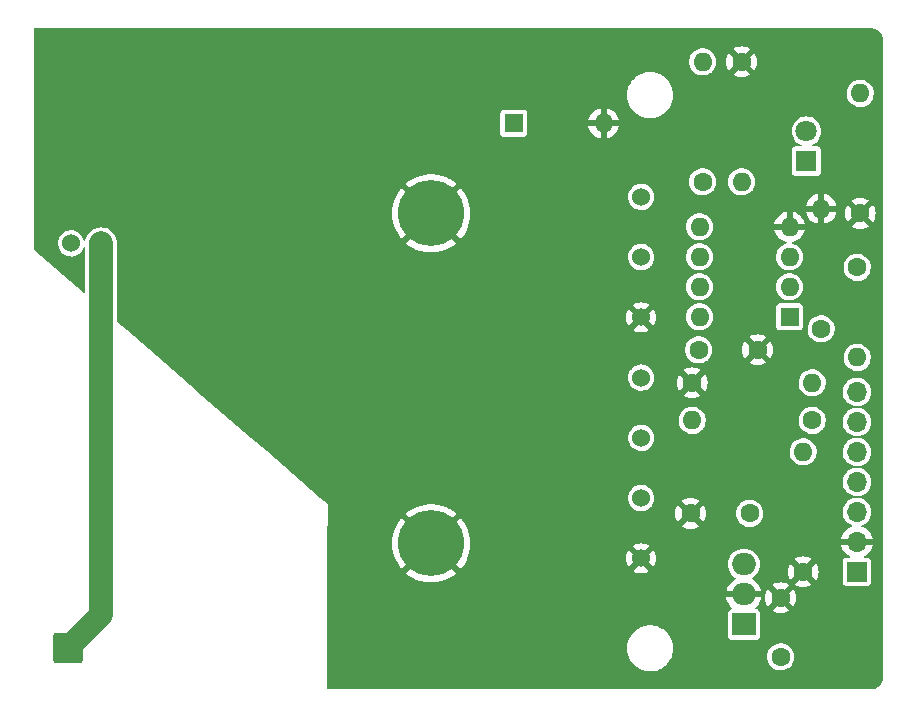
<source format=gbr>
%TF.GenerationSoftware,KiCad,Pcbnew,(6.0.5-0)*%
%TF.CreationDate,2022-06-28T22:52:03+01:00*%
%TF.ProjectId,revised_minh_design,72657669-7365-4645-9f6d-696e685f6465,rev?*%
%TF.SameCoordinates,Original*%
%TF.FileFunction,Copper,L2,Bot*%
%TF.FilePolarity,Positive*%
%FSLAX46Y46*%
G04 Gerber Fmt 4.6, Leading zero omitted, Abs format (unit mm)*
G04 Created by KiCad (PCBNEW (6.0.5-0)) date 2022-06-28 22:52:03*
%MOMM*%
%LPD*%
G01*
G04 APERTURE LIST*
G04 Aperture macros list*
%AMRoundRect*
0 Rectangle with rounded corners*
0 $1 Rounding radius*
0 $2 $3 $4 $5 $6 $7 $8 $9 X,Y pos of 4 corners*
0 Add a 4 corners polygon primitive as box body*
4,1,4,$2,$3,$4,$5,$6,$7,$8,$9,$2,$3,0*
0 Add four circle primitives for the rounded corners*
1,1,$1+$1,$2,$3*
1,1,$1+$1,$4,$5*
1,1,$1+$1,$6,$7*
1,1,$1+$1,$8,$9*
0 Add four rect primitives between the rounded corners*
20,1,$1+$1,$2,$3,$4,$5,0*
20,1,$1+$1,$4,$5,$6,$7,0*
20,1,$1+$1,$6,$7,$8,$9,0*
20,1,$1+$1,$8,$9,$2,$3,0*%
G04 Aperture macros list end*
%TA.AperFunction,ComponentPad*%
%ADD10C,1.600000*%
%TD*%
%TA.AperFunction,ComponentPad*%
%ADD11O,1.600000X1.600000*%
%TD*%
%TA.AperFunction,ComponentPad*%
%ADD12R,1.600000X1.600000*%
%TD*%
%TA.AperFunction,ComponentPad*%
%ADD13C,5.600000*%
%TD*%
%TA.AperFunction,ComponentPad*%
%ADD14C,1.800000*%
%TD*%
%TA.AperFunction,ComponentPad*%
%ADD15R,1.800000X1.800000*%
%TD*%
%TA.AperFunction,ComponentPad*%
%ADD16C,1.524000*%
%TD*%
%TA.AperFunction,ComponentPad*%
%ADD17R,2.000000X1.905000*%
%TD*%
%TA.AperFunction,ComponentPad*%
%ADD18O,2.000000X1.905000*%
%TD*%
%TA.AperFunction,ComponentPad*%
%ADD19R,1.700000X1.700000*%
%TD*%
%TA.AperFunction,ComponentPad*%
%ADD20O,1.700000X1.700000*%
%TD*%
%TA.AperFunction,ComponentPad*%
%ADD21RoundRect,0.249999X1.025001X-1.025001X1.025001X1.025001X-1.025001X1.025001X-1.025001X-1.025001X0*%
%TD*%
%TA.AperFunction,Conductor*%
%ADD22C,2.000000*%
%TD*%
G04 APERTURE END LIST*
D10*
%TO.P,R6,1*%
%TO.N,SGND*%
X174752000Y-26543000D03*
D11*
%TO.P,R6,2*%
%TO.N,VMON_3V3*%
X174752000Y-36703000D03*
%TD*%
D10*
%TO.P,R1,1*%
%TO.N,Net-(R1-Pad1)*%
X181483000Y-49149000D03*
D11*
%TO.P,R1,2*%
%TO.N,SGND*%
X181483000Y-38989000D03*
%TD*%
D12*
%TO.P,D1,1,K*%
%TO.N,VMON*%
X155448000Y-31750000D03*
D11*
%TO.P,D1,2,A*%
%TO.N,SGND*%
X163068000Y-31750000D03*
%TD*%
D10*
%TO.P,C1,1*%
%TO.N,+12V*%
X178054000Y-76922000D03*
%TO.P,C1,2*%
%TO.N,SGND*%
X178054000Y-71922000D03*
%TD*%
%TO.P,R7,1*%
%TO.N,IMON_3V3*%
X180721000Y-56896000D03*
D11*
%TO.P,R7,2*%
%TO.N,IMON*%
X170561000Y-56896000D03*
%TD*%
D10*
%TO.P,R5,1*%
%TO.N,VMON_3V3*%
X171450000Y-36703000D03*
D11*
%TO.P,R5,2*%
%TO.N,VMON*%
X171450000Y-26543000D03*
%TD*%
D13*
%TO.P, ,1*%
%TO.N,SGND*%
X148463000Y-67310000D03*
%TD*%
D10*
%TO.P,R4,1*%
%TO.N,SGND*%
X184785000Y-39370000D03*
D11*
%TO.P,R4,2*%
%TO.N,Net-(D2-Pad1)*%
X184785000Y-29210000D03*
%TD*%
D14*
%TO.P,D2,2,A*%
%TO.N,Net-(D2-Pad2)*%
X180238400Y-32415400D03*
D15*
%TO.P,D2,1,K*%
%TO.N,Net-(D2-Pad1)*%
X180238400Y-34955400D03*
%TD*%
D13*
%TO.P, ,1*%
%TO.N,SGND*%
X148463000Y-39370000D03*
%TD*%
D16*
%TO.P,U4,1,DC_INPUT_POWER_GROUND*%
%TO.N,SGND*%
X166243000Y-68584000D03*
%TO.P,U4,2,DC_INPUT_POWER*%
%TO.N,+12V*%
X166243000Y-63480000D03*
%TO.P,U4,2-1,HV_RTN*%
%TO.N,Net-(J2-Pad1)*%
X120523000Y-41910000D03*
%TO.P,U4,2-2,Vmon*%
%TO.N,VMON*%
X117983000Y-41910000D03*
%TO.P,U4,3,Imon*%
%TO.N,IMON*%
X166243000Y-58380000D03*
%TO.P,U4,4,HV_ENABLE*%
%TO.N,ENABLE*%
X166243000Y-53280000D03*
%TO.P,U4,5,SIGNAL_GROUND_RET*%
%TO.N,SGND*%
X166243000Y-48180000D03*
%TO.P,U4,6,Vprog*%
%TO.N,VPGM*%
X166243000Y-43080000D03*
%TO.P,U4,7,5VDC_REF*%
%TO.N,Net-(D2-Pad2)*%
X166243000Y-37980000D03*
%TD*%
D17*
%TO.P,U1,1,VI*%
%TO.N,+12V*%
X174935000Y-74168000D03*
D18*
%TO.P,U1,2,GND*%
%TO.N,SGND*%
X174935000Y-71628000D03*
%TO.P,U1,3,VO*%
%TO.N,+5V*%
X174935000Y-69088000D03*
%TD*%
D10*
%TO.P,C2,1*%
%TO.N,+5V*%
X175423200Y-64770000D03*
%TO.P,C2,2*%
%TO.N,SGND*%
X170423200Y-64770000D03*
%TD*%
%TO.P,C3,1*%
%TO.N,+5V*%
X171109000Y-50927000D03*
%TO.P,C3,2*%
%TO.N,SGND*%
X176109000Y-50927000D03*
%TD*%
%TO.P,R8,1*%
%TO.N,SGND*%
X179959000Y-69723000D03*
D11*
%TO.P,R8,2*%
%TO.N,IMON_3V3*%
X179959000Y-59563000D03*
%TD*%
D19*
%TO.P,J1,1,Pin_1*%
%TO.N,+12V*%
X184506000Y-69723000D03*
D20*
%TO.P,J1,2,Pin_2*%
%TO.N,SGND*%
X184506000Y-67183000D03*
%TO.P,J1,3,Pin_3*%
%TO.N,ENABLE*%
X184506000Y-64643000D03*
%TO.P,J1,4,Pin_4*%
%TO.N,VMON_3V3*%
X184506000Y-62103000D03*
%TO.P,J1,5,Pin_5*%
%TO.N,IMON_3V3*%
X184506000Y-59563000D03*
%TO.P,J1,6,Pin_6*%
%TO.N,DAC_SIG*%
X184506000Y-57023000D03*
%TO.P,J1,7,Pin_7*%
%TO.N,VPGM*%
X184506000Y-54483000D03*
%TD*%
D10*
%TO.P,R3,1*%
%TO.N,SGND*%
X170561000Y-53721000D03*
D11*
%TO.P,R3,2*%
%TO.N,VPGM*%
X180721000Y-53721000D03*
%TD*%
D10*
%TO.P,R2,1*%
%TO.N,Net-(R1-Pad1)*%
X184531000Y-43942000D03*
D11*
%TO.P,R2,2*%
%TO.N,VPGM*%
X184531000Y-51562000D03*
%TD*%
D12*
%TO.P,U2,1*%
%TO.N,VPGM*%
X178806000Y-48123000D03*
D11*
%TO.P,U2,2,-*%
%TO.N,Net-(R1-Pad1)*%
X178806000Y-45583000D03*
%TO.P,U2,3,+*%
%TO.N,DAC_SIG*%
X178806000Y-43043000D03*
%TO.P,U2,4,V-*%
%TO.N,SGND*%
X178806000Y-40503000D03*
%TO.P,U2,5,+*%
%TO.N,unconnected-(U2-Pad5)*%
X171186000Y-40503000D03*
%TO.P,U2,6,-*%
%TO.N,unconnected-(U2-Pad6)*%
X171186000Y-43043000D03*
%TO.P,U2,7*%
%TO.N,unconnected-(U2-Pad7)*%
X171186000Y-45583000D03*
%TO.P,U2,8,V+*%
%TO.N,+5V*%
X171186000Y-48123000D03*
%TD*%
D21*
%TO.P,J2,1,Pin_1*%
%TO.N,Net-(J2-Pad1)*%
X117704000Y-76200000D03*
%TD*%
D22*
%TO.N,Net-(J2-Pad1)*%
X117704000Y-76200000D02*
X120523000Y-73381000D01*
X120523000Y-73381000D02*
X120523000Y-41910000D01*
%TD*%
%TA.AperFunction,Conductor*%
%TO.N,SGND*%
G36*
X185769248Y-23719269D02*
G01*
X185791981Y-23722869D01*
X185802217Y-23721248D01*
X185817407Y-23720714D01*
X185947089Y-23732005D01*
X185957760Y-23733877D01*
X186045853Y-23757368D01*
X186102947Y-23772593D01*
X186113144Y-23776286D01*
X186249447Y-23839515D01*
X186258852Y-23844916D01*
X186382162Y-23930750D01*
X186390492Y-23937694D01*
X186497118Y-24043561D01*
X186504122Y-24051842D01*
X186590834Y-24174538D01*
X186596300Y-24183901D01*
X186660506Y-24319763D01*
X186664265Y-24329917D01*
X186684624Y-24404134D01*
X186704014Y-24474817D01*
X186705965Y-24485486D01*
X186718155Y-24614806D01*
X186717729Y-24630010D01*
X186716140Y-24640525D01*
X186716944Y-24645377D01*
X186716944Y-24645379D01*
X186719653Y-24661728D01*
X186720494Y-24671954D01*
X186716760Y-47033707D01*
X186711565Y-78150422D01*
X186711473Y-78698446D01*
X186710704Y-78708209D01*
X186707099Y-78730977D01*
X186708545Y-78740105D01*
X186709017Y-78755981D01*
X186694563Y-78903365D01*
X186692192Y-78915335D01*
X186643885Y-79075284D01*
X186639233Y-79086565D01*
X186560769Y-79234073D01*
X186554014Y-79244236D01*
X186448380Y-79373689D01*
X186439780Y-79382345D01*
X186311002Y-79488810D01*
X186300882Y-79495630D01*
X186153881Y-79575036D01*
X186142630Y-79579760D01*
X186062810Y-79604427D01*
X185982987Y-79629094D01*
X185971038Y-79631539D01*
X185888567Y-79640161D01*
X185823916Y-79646919D01*
X185808036Y-79646550D01*
X185803600Y-79645876D01*
X185803595Y-79645876D01*
X185798735Y-79645138D01*
X185782887Y-79647752D01*
X185777339Y-79648667D01*
X185767168Y-79649500D01*
X139738899Y-79649500D01*
X139694705Y-79631194D01*
X139676399Y-79587240D01*
X139663280Y-76169285D01*
X165049759Y-76169285D01*
X165064938Y-76445087D01*
X165118825Y-76715999D01*
X165119553Y-76718071D01*
X165119554Y-76718076D01*
X165191167Y-76922000D01*
X165210347Y-76976616D01*
X165238363Y-77030549D01*
X165322091Y-77191730D01*
X165337678Y-77221737D01*
X165498275Y-77446471D01*
X165688936Y-77646335D01*
X165905856Y-77817341D01*
X166144707Y-77956077D01*
X166400723Y-78059774D01*
X166668796Y-78126364D01*
X166764105Y-78136129D01*
X166902785Y-78150338D01*
X166902793Y-78150338D01*
X166904370Y-78150500D01*
X167075362Y-78150500D01*
X167101985Y-78148615D01*
X167278331Y-78136129D01*
X167278335Y-78136128D01*
X167280530Y-78135973D01*
X167282684Y-78135509D01*
X167282686Y-78135509D01*
X167346799Y-78121706D01*
X167550562Y-78077837D01*
X167809709Y-77982233D01*
X168052800Y-77851068D01*
X168054576Y-77849756D01*
X168054581Y-77849753D01*
X168207487Y-77736814D01*
X168274984Y-77686960D01*
X168314860Y-77647706D01*
X168436622Y-77527841D01*
X168471829Y-77493183D01*
X168556862Y-77381763D01*
X168638071Y-77275354D01*
X168638074Y-77275349D01*
X168639406Y-77273604D01*
X168774373Y-77032604D01*
X168828864Y-76891754D01*
X176898967Y-76891754D01*
X176901069Y-76923827D01*
X176908325Y-77034527D01*
X176912796Y-77102749D01*
X176913502Y-77105529D01*
X176956633Y-77275354D01*
X176964845Y-77307690D01*
X177053369Y-77499714D01*
X177175405Y-77672391D01*
X177326865Y-77819937D01*
X177502677Y-77937411D01*
X177696953Y-78020878D01*
X177800069Y-78044211D01*
X177900396Y-78066913D01*
X177900399Y-78066913D01*
X177903186Y-78067544D01*
X177996911Y-78071227D01*
X178111610Y-78075734D01*
X178111614Y-78075734D01*
X178114470Y-78075846D01*
X178323730Y-78045504D01*
X178493575Y-77987849D01*
X178521242Y-77978458D01*
X178521243Y-77978458D01*
X178523955Y-77977537D01*
X178708442Y-77874219D01*
X178736279Y-77851068D01*
X178868814Y-77740840D01*
X178871012Y-77739012D01*
X178928365Y-77670052D01*
X179004388Y-77578644D01*
X179004390Y-77578641D01*
X179006219Y-77576442D01*
X179109537Y-77391955D01*
X179177504Y-77191730D01*
X179207846Y-76982470D01*
X179209429Y-76922000D01*
X179190081Y-76711440D01*
X179132686Y-76507931D01*
X179039165Y-76318290D01*
X178912651Y-76148867D01*
X178757381Y-76005337D01*
X178578554Y-75892505D01*
X178382160Y-75814152D01*
X178379354Y-75813594D01*
X178379351Y-75813593D01*
X178177581Y-75773459D01*
X178177579Y-75773459D01*
X178174775Y-75772901D01*
X178075145Y-75771597D01*
X177966208Y-75770170D01*
X177966203Y-75770170D01*
X177963346Y-75770133D01*
X177960525Y-75770618D01*
X177960521Y-75770618D01*
X177838580Y-75791571D01*
X177754953Y-75805941D01*
X177752265Y-75806933D01*
X177752260Y-75806934D01*
X177559263Y-75878135D01*
X177559260Y-75878136D01*
X177556575Y-75879127D01*
X177554115Y-75880590D01*
X177554114Y-75880591D01*
X177531520Y-75894033D01*
X177374856Y-75987238D01*
X177215881Y-76126655D01*
X177084976Y-76292708D01*
X176986523Y-76479836D01*
X176985676Y-76482563D01*
X176985675Y-76482566D01*
X176925318Y-76676947D01*
X176923820Y-76681773D01*
X176898967Y-76891754D01*
X168828864Y-76891754D01*
X168874036Y-76774991D01*
X168936407Y-76505905D01*
X168941675Y-76445087D01*
X168960051Y-76232910D01*
X168960051Y-76232908D01*
X168960241Y-76230715D01*
X168945062Y-75954913D01*
X168932649Y-75892505D01*
X168916952Y-75813593D01*
X168891175Y-75684001D01*
X168816260Y-75470672D01*
X168800382Y-75425459D01*
X168800380Y-75425455D01*
X168799653Y-75423384D01*
X168725681Y-75280983D01*
X168673342Y-75180226D01*
X168673340Y-75180223D01*
X168672322Y-75178263D01*
X168511725Y-74953529D01*
X168321064Y-74753665D01*
X168104144Y-74582659D01*
X167865293Y-74443923D01*
X167609277Y-74340226D01*
X167341204Y-74273636D01*
X167243285Y-74263604D01*
X167107215Y-74249662D01*
X167107207Y-74249662D01*
X167105630Y-74249500D01*
X166934638Y-74249500D01*
X166908015Y-74251385D01*
X166731669Y-74263871D01*
X166731665Y-74263872D01*
X166729470Y-74264027D01*
X166727316Y-74264491D01*
X166727314Y-74264491D01*
X166685878Y-74273412D01*
X166459438Y-74322163D01*
X166200291Y-74417767D01*
X165957200Y-74548932D01*
X165955424Y-74550244D01*
X165955419Y-74550247D01*
X165913032Y-74581555D01*
X165735016Y-74713040D01*
X165733443Y-74714588D01*
X165733440Y-74714591D01*
X165693748Y-74753665D01*
X165538171Y-74906817D01*
X165502522Y-74953529D01*
X165371929Y-75124646D01*
X165371926Y-75124651D01*
X165370594Y-75126396D01*
X165369519Y-75128315D01*
X165369518Y-75128317D01*
X165271008Y-75304219D01*
X165235627Y-75367396D01*
X165135964Y-75625009D01*
X165073593Y-75894095D01*
X165073402Y-75896297D01*
X165073402Y-75896299D01*
X165068134Y-75957121D01*
X165049759Y-76169285D01*
X139663280Y-76169285D01*
X139662172Y-75880591D01*
X139646859Y-71891078D01*
X173450178Y-71891078D01*
X173461504Y-71965091D01*
X173462690Y-71970070D01*
X173535706Y-72193462D01*
X173537692Y-72198187D01*
X173646213Y-72406654D01*
X173648943Y-72410988D01*
X173790058Y-72598936D01*
X173793455Y-72602762D01*
X173955185Y-72757315D01*
X173974489Y-72801082D01*
X173957190Y-72845680D01*
X173912005Y-72865000D01*
X173901782Y-72865000D01*
X173899535Y-72865331D01*
X173899532Y-72865331D01*
X173875338Y-72868893D01*
X173832888Y-72875142D01*
X173728145Y-72926568D01*
X173724499Y-72930220D01*
X173724498Y-72930221D01*
X173649355Y-73005495D01*
X173649353Y-73005497D01*
X173645707Y-73009150D01*
X173643439Y-73013790D01*
X173596886Y-73109028D01*
X173594464Y-73113982D01*
X173584500Y-73182282D01*
X173584500Y-75153718D01*
X173594642Y-75222612D01*
X173646068Y-75327355D01*
X173649720Y-75331001D01*
X173649721Y-75331002D01*
X173724995Y-75406145D01*
X173724997Y-75406147D01*
X173728650Y-75409793D01*
X173733290Y-75412061D01*
X173828738Y-75458717D01*
X173833482Y-75461036D01*
X173838285Y-75461737D01*
X173838286Y-75461737D01*
X173858248Y-75464649D01*
X173901782Y-75471000D01*
X175968218Y-75471000D01*
X175970465Y-75470669D01*
X175970468Y-75470669D01*
X175994662Y-75467107D01*
X176037112Y-75460858D01*
X176141855Y-75409432D01*
X176145502Y-75405779D01*
X176220645Y-75330505D01*
X176220647Y-75330503D01*
X176224293Y-75326850D01*
X176239458Y-75295825D01*
X176273405Y-75226378D01*
X176273405Y-75226377D01*
X176275536Y-75222018D01*
X176285500Y-75153718D01*
X176285500Y-73182282D01*
X176275358Y-73113388D01*
X176224155Y-73009099D01*
X177331260Y-73009099D01*
X177333364Y-73014178D01*
X177395270Y-73057525D01*
X177399973Y-73060240D01*
X177602456Y-73154660D01*
X177607566Y-73156520D01*
X177823365Y-73214343D01*
X177828719Y-73215287D01*
X178051280Y-73234758D01*
X178056720Y-73234758D01*
X178279281Y-73215287D01*
X178284635Y-73214343D01*
X178500434Y-73156520D01*
X178505544Y-73154660D01*
X178708027Y-73060240D01*
X178712730Y-73057525D01*
X178771706Y-73016229D01*
X178776818Y-73008205D01*
X178775629Y-73002839D01*
X178062790Y-72290000D01*
X178054000Y-72286359D01*
X178045210Y-72290000D01*
X177334901Y-73000309D01*
X177331260Y-73009099D01*
X176224155Y-73009099D01*
X176223932Y-73008645D01*
X176218116Y-73002839D01*
X176145005Y-72929855D01*
X176145003Y-72929853D01*
X176141350Y-72926207D01*
X176110325Y-72911042D01*
X176040878Y-72877095D01*
X176040877Y-72877095D01*
X176036518Y-72874964D01*
X176031715Y-72874263D01*
X176031714Y-72874263D01*
X176011752Y-72871351D01*
X175968218Y-72865000D01*
X175954815Y-72865000D01*
X175910621Y-72846694D01*
X175892315Y-72802500D01*
X175912752Y-72756273D01*
X176052403Y-72629201D01*
X176055894Y-72625458D01*
X176201562Y-72441008D01*
X176204390Y-72436751D01*
X176317976Y-72230992D01*
X176320073Y-72226327D01*
X176398528Y-72004776D01*
X176399836Y-71999828D01*
X176413215Y-71924720D01*
X176741242Y-71924720D01*
X176760713Y-72147281D01*
X176761657Y-72152635D01*
X176819480Y-72368434D01*
X176821340Y-72373544D01*
X176915760Y-72576027D01*
X176918475Y-72580730D01*
X176959771Y-72639706D01*
X176967795Y-72644818D01*
X176973161Y-72643629D01*
X177686000Y-71930790D01*
X177689641Y-71922000D01*
X178418359Y-71922000D01*
X178422000Y-71930790D01*
X179132309Y-72641099D01*
X179141099Y-72644740D01*
X179146178Y-72642636D01*
X179189525Y-72580730D01*
X179192240Y-72576027D01*
X179286660Y-72373544D01*
X179288520Y-72368434D01*
X179346343Y-72152635D01*
X179347287Y-72147281D01*
X179366758Y-71924720D01*
X179366758Y-71919280D01*
X179347287Y-71696719D01*
X179346343Y-71691365D01*
X179288520Y-71475566D01*
X179286660Y-71470456D01*
X179192240Y-71267973D01*
X179189525Y-71263270D01*
X179148229Y-71204294D01*
X179140205Y-71199182D01*
X179134839Y-71200371D01*
X178422000Y-71913210D01*
X178418359Y-71922000D01*
X177689641Y-71922000D01*
X177686000Y-71913210D01*
X176975691Y-71202901D01*
X176966901Y-71199260D01*
X176961822Y-71201364D01*
X176918475Y-71263270D01*
X176915760Y-71267973D01*
X176821340Y-71470456D01*
X176819480Y-71475566D01*
X176761657Y-71691365D01*
X176760713Y-71696719D01*
X176741242Y-71919280D01*
X176741242Y-71924720D01*
X176413215Y-71924720D01*
X176418644Y-71894239D01*
X176416601Y-71884947D01*
X176411993Y-71882000D01*
X173461220Y-71882000D01*
X173452430Y-71885641D01*
X173450178Y-71891078D01*
X139646859Y-71891078D01*
X139644828Y-71361761D01*
X173451356Y-71361761D01*
X173453399Y-71371053D01*
X173458007Y-71374000D01*
X176408780Y-71374000D01*
X176417570Y-71370359D01*
X176419822Y-71364922D01*
X176408496Y-71290909D01*
X176407310Y-71285930D01*
X176334294Y-71062538D01*
X176332308Y-71057813D01*
X176223787Y-70849346D01*
X176221057Y-70845012D01*
X176214137Y-70835795D01*
X177331182Y-70835795D01*
X177332371Y-70841161D01*
X178045210Y-71554000D01*
X178054000Y-71557641D01*
X178062790Y-71554000D01*
X178773099Y-70843691D01*
X178776740Y-70834901D01*
X178774636Y-70829822D01*
X178746469Y-70810099D01*
X179236260Y-70810099D01*
X179238364Y-70815178D01*
X179300270Y-70858525D01*
X179304973Y-70861240D01*
X179507456Y-70955660D01*
X179512566Y-70957520D01*
X179728365Y-71015343D01*
X179733719Y-71016287D01*
X179956280Y-71035758D01*
X179961720Y-71035758D01*
X180184281Y-71016287D01*
X180189635Y-71015343D01*
X180405434Y-70957520D01*
X180410544Y-70955660D01*
X180613027Y-70861240D01*
X180617730Y-70858525D01*
X180676706Y-70817229D01*
X180681818Y-70809205D01*
X180680629Y-70803839D01*
X179967790Y-70091000D01*
X179959000Y-70087359D01*
X179950210Y-70091000D01*
X179239901Y-70801309D01*
X179236260Y-70810099D01*
X178746469Y-70810099D01*
X178712730Y-70786475D01*
X178708027Y-70783760D01*
X178505544Y-70689340D01*
X178500434Y-70687480D01*
X178284635Y-70629657D01*
X178279281Y-70628713D01*
X178056720Y-70609242D01*
X178051280Y-70609242D01*
X177828719Y-70628713D01*
X177823365Y-70629657D01*
X177607566Y-70687480D01*
X177602456Y-70689340D01*
X177399973Y-70783760D01*
X177395270Y-70786475D01*
X177336294Y-70827771D01*
X177331182Y-70835795D01*
X176214137Y-70835795D01*
X176079942Y-70657064D01*
X176076551Y-70653244D01*
X175906622Y-70490857D01*
X175902655Y-70487645D01*
X175708500Y-70355201D01*
X175704041Y-70352668D01*
X175648505Y-70326889D01*
X175616127Y-70291678D01*
X175618130Y-70243884D01*
X175638972Y-70219002D01*
X175821013Y-70091536D01*
X175823251Y-70089969D01*
X175984469Y-69928751D01*
X176072568Y-69802932D01*
X176113675Y-69744226D01*
X176113677Y-69744223D01*
X176115241Y-69741989D01*
X176122828Y-69725720D01*
X178646242Y-69725720D01*
X178665713Y-69948281D01*
X178666657Y-69953635D01*
X178724480Y-70169434D01*
X178726340Y-70174544D01*
X178820760Y-70377027D01*
X178823475Y-70381730D01*
X178864771Y-70440706D01*
X178872795Y-70445818D01*
X178878161Y-70444629D01*
X179591000Y-69731790D01*
X179594641Y-69723000D01*
X180323359Y-69723000D01*
X180327000Y-69731790D01*
X181037309Y-70442099D01*
X181046099Y-70445740D01*
X181051178Y-70443636D01*
X181094525Y-70381730D01*
X181097240Y-70377027D01*
X181191660Y-70174544D01*
X181193520Y-70169434D01*
X181251343Y-69953635D01*
X181252287Y-69948281D01*
X181271758Y-69725720D01*
X181271758Y-69720280D01*
X181252287Y-69497719D01*
X181251343Y-69492365D01*
X181193520Y-69276566D01*
X181191660Y-69271456D01*
X181097240Y-69068973D01*
X181094525Y-69064270D01*
X181053229Y-69005294D01*
X181045205Y-69000182D01*
X181039839Y-69001371D01*
X180327000Y-69714210D01*
X180323359Y-69723000D01*
X179594641Y-69723000D01*
X179591000Y-69714210D01*
X178880691Y-69003901D01*
X178871901Y-69000260D01*
X178866822Y-69002364D01*
X178823475Y-69064270D01*
X178820760Y-69068973D01*
X178726340Y-69271456D01*
X178724480Y-69276566D01*
X178666657Y-69492365D01*
X178665713Y-69497719D01*
X178646242Y-69720280D01*
X178646242Y-69725720D01*
X176122828Y-69725720D01*
X176210443Y-69537827D01*
X176210444Y-69537825D01*
X176211596Y-69535354D01*
X176221681Y-69497719D01*
X176269900Y-69317764D01*
X176269901Y-69317760D01*
X176270606Y-69315128D01*
X176271727Y-69302322D01*
X176290239Y-69090720D01*
X176290477Y-69088000D01*
X176270606Y-68860872D01*
X176265565Y-68842059D01*
X176212303Y-68643283D01*
X176212301Y-68643279D01*
X176211596Y-68640646D01*
X176209800Y-68636795D01*
X179236182Y-68636795D01*
X179237371Y-68642161D01*
X179950210Y-69355000D01*
X179959000Y-69358641D01*
X179967790Y-69355000D01*
X180678099Y-68644691D01*
X180681740Y-68635901D01*
X180679636Y-68630822D01*
X180617730Y-68587475D01*
X180613027Y-68584760D01*
X180410544Y-68490340D01*
X180405434Y-68488480D01*
X180189635Y-68430657D01*
X180184281Y-68429713D01*
X179961720Y-68410242D01*
X179956280Y-68410242D01*
X179733719Y-68429713D01*
X179728365Y-68430657D01*
X179512566Y-68488480D01*
X179507456Y-68490340D01*
X179304973Y-68584760D01*
X179300270Y-68587475D01*
X179241294Y-68628771D01*
X179236182Y-68636795D01*
X176209800Y-68636795D01*
X176116395Y-68436486D01*
X176116393Y-68436483D01*
X176115241Y-68434012D01*
X175984469Y-68247249D01*
X175823251Y-68086031D01*
X175636488Y-67955259D01*
X175634017Y-67954107D01*
X175634014Y-67954105D01*
X175432327Y-67860057D01*
X175432325Y-67860056D01*
X175429854Y-67858904D01*
X175427221Y-67858199D01*
X175427217Y-67858197D01*
X175212264Y-67800600D01*
X175212260Y-67800599D01*
X175209628Y-67799894D01*
X175206912Y-67799656D01*
X175206910Y-67799656D01*
X175040740Y-67785118D01*
X175040734Y-67785118D01*
X175039388Y-67785000D01*
X174830612Y-67785000D01*
X174829266Y-67785118D01*
X174829260Y-67785118D01*
X174663090Y-67799656D01*
X174663088Y-67799656D01*
X174660372Y-67799894D01*
X174657740Y-67800599D01*
X174657736Y-67800600D01*
X174442783Y-67858197D01*
X174442779Y-67858199D01*
X174440146Y-67858904D01*
X174437675Y-67860056D01*
X174437673Y-67860057D01*
X174235986Y-67954105D01*
X174235983Y-67954107D01*
X174233512Y-67955259D01*
X174046749Y-68086031D01*
X173885531Y-68247249D01*
X173797432Y-68373068D01*
X173756325Y-68431774D01*
X173756323Y-68431777D01*
X173754759Y-68434011D01*
X173753607Y-68436482D01*
X173753605Y-68436485D01*
X173660200Y-68636795D01*
X173658404Y-68640646D01*
X173657699Y-68643279D01*
X173657697Y-68643283D01*
X173604435Y-68842059D01*
X173599394Y-68860872D01*
X173579523Y-69088000D01*
X173579761Y-69090720D01*
X173598274Y-69302322D01*
X173599394Y-69315128D01*
X173600099Y-69317760D01*
X173600100Y-69317764D01*
X173648320Y-69497719D01*
X173658404Y-69535354D01*
X173659556Y-69537825D01*
X173659557Y-69537827D01*
X173750004Y-69731790D01*
X173754759Y-69741988D01*
X173885531Y-69928751D01*
X174046749Y-70089969D01*
X174048987Y-70091536D01*
X174229270Y-70217771D01*
X174254972Y-70258115D01*
X174244619Y-70304816D01*
X174218343Y-70326285D01*
X174197319Y-70335426D01*
X174192823Y-70337837D01*
X173995485Y-70465501D01*
X173991429Y-70468625D01*
X173817597Y-70626799D01*
X173814106Y-70630542D01*
X173668438Y-70814992D01*
X173665610Y-70819249D01*
X173552024Y-71025008D01*
X173549927Y-71029673D01*
X173471472Y-71251224D01*
X173470164Y-71256172D01*
X173451356Y-71361761D01*
X139644828Y-71361761D01*
X139642783Y-70829050D01*
X139642785Y-70828346D01*
X139642862Y-70819249D01*
X139651204Y-69824872D01*
X146312267Y-69824872D01*
X146315109Y-69831522D01*
X146590013Y-70042464D01*
X146592780Y-70044358D01*
X146896061Y-70228756D01*
X146899042Y-70230353D01*
X147220445Y-70380909D01*
X147223586Y-70382179D01*
X147559369Y-70497143D01*
X147562627Y-70498065D01*
X147908873Y-70576095D01*
X147912198Y-70576657D01*
X148264840Y-70616836D01*
X148268222Y-70617037D01*
X148623148Y-70618895D01*
X148626505Y-70618731D01*
X148979555Y-70582247D01*
X148982912Y-70581715D01*
X149329933Y-70507320D01*
X149333206Y-70506432D01*
X149670177Y-70394989D01*
X149673325Y-70393755D01*
X149996295Y-70246569D01*
X149999288Y-70245004D01*
X150304483Y-70063793D01*
X150307279Y-70061921D01*
X150591112Y-69848813D01*
X150593696Y-69846645D01*
X150608763Y-69832546D01*
X150612442Y-69824435D01*
X150608667Y-69814878D01*
X150437604Y-69643815D01*
X165547544Y-69643815D01*
X165549648Y-69648893D01*
X165603337Y-69686486D01*
X165608048Y-69689207D01*
X165804502Y-69780815D01*
X165809612Y-69782675D01*
X166018988Y-69838777D01*
X166024342Y-69839721D01*
X166240280Y-69858613D01*
X166245720Y-69858613D01*
X166461658Y-69839721D01*
X166467012Y-69838777D01*
X166676388Y-69782675D01*
X166681498Y-69780815D01*
X166877952Y-69689207D01*
X166882663Y-69686486D01*
X166933421Y-69650946D01*
X166938533Y-69642921D01*
X166937343Y-69637553D01*
X166251790Y-68952000D01*
X166243000Y-68948359D01*
X166234210Y-68952000D01*
X165551185Y-69635025D01*
X165547544Y-69643815D01*
X150437604Y-69643815D01*
X148471790Y-67678000D01*
X148463000Y-67674359D01*
X148454210Y-67678000D01*
X146315752Y-69816459D01*
X146312267Y-69824872D01*
X139651204Y-69824872D01*
X139672383Y-67300133D01*
X145150247Y-67300133D01*
X145168204Y-67654602D01*
X145168557Y-67657959D01*
X145224692Y-68008421D01*
X145225404Y-68011714D01*
X145319061Y-68354067D01*
X145320130Y-68357280D01*
X145450211Y-68687511D01*
X145451612Y-68690571D01*
X145616605Y-69004836D01*
X145618325Y-69007722D01*
X145816288Y-69302322D01*
X145818322Y-69305021D01*
X145943088Y-69453186D01*
X145951535Y-69457564D01*
X145958404Y-69455385D01*
X148095000Y-67318790D01*
X148098641Y-67310000D01*
X148827359Y-67310000D01*
X148831000Y-67318790D01*
X150966031Y-69453820D01*
X150973542Y-69456931D01*
X150983725Y-69452258D01*
X151086633Y-69332616D01*
X151088707Y-69329923D01*
X151289731Y-69037430D01*
X151291496Y-69034540D01*
X151459766Y-68722029D01*
X151461199Y-68718984D01*
X151514906Y-68586720D01*
X164968387Y-68586720D01*
X164987279Y-68802658D01*
X164988223Y-68808012D01*
X165044325Y-69017388D01*
X165046185Y-69022497D01*
X165137793Y-69218951D01*
X165140514Y-69223662D01*
X165176053Y-69274420D01*
X165184079Y-69279533D01*
X165189447Y-69278343D01*
X165875000Y-68592790D01*
X165878641Y-68584000D01*
X166607359Y-68584000D01*
X166611000Y-68592790D01*
X167294025Y-69275815D01*
X167302815Y-69279456D01*
X167307893Y-69277352D01*
X167345486Y-69223662D01*
X167348207Y-69218951D01*
X167439815Y-69022497D01*
X167441675Y-69017388D01*
X167497777Y-68808012D01*
X167498721Y-68802658D01*
X167517613Y-68586720D01*
X167517613Y-68581280D01*
X167498721Y-68365342D01*
X167497777Y-68359988D01*
X167441675Y-68150612D01*
X167439815Y-68145503D01*
X167348207Y-67949049D01*
X167345486Y-67944338D01*
X167309947Y-67893580D01*
X167301921Y-67888467D01*
X167296553Y-67889657D01*
X166611000Y-68575210D01*
X166607359Y-68584000D01*
X165878641Y-68584000D01*
X165875000Y-68575210D01*
X165191975Y-67892185D01*
X165183185Y-67888544D01*
X165178107Y-67890648D01*
X165140514Y-67944338D01*
X165137793Y-67949049D01*
X165046185Y-68145503D01*
X165044325Y-68150612D01*
X164988223Y-68359988D01*
X164987279Y-68365342D01*
X164968387Y-68581280D01*
X164968387Y-68586720D01*
X151514906Y-68586720D01*
X151594733Y-68390130D01*
X151595834Y-68386933D01*
X151693067Y-68045592D01*
X151693819Y-68042282D01*
X151753617Y-67692448D01*
X151754008Y-67689072D01*
X151764038Y-67525079D01*
X165547467Y-67525079D01*
X165548657Y-67530447D01*
X166234210Y-68216000D01*
X166243000Y-68219641D01*
X166251790Y-68216000D01*
X166934815Y-67532975D01*
X166938456Y-67524185D01*
X166936352Y-67519107D01*
X166882663Y-67481514D01*
X166877952Y-67478793D01*
X166805592Y-67445051D01*
X183172924Y-67445051D01*
X183205139Y-67587994D01*
X183206664Y-67592861D01*
X183288747Y-67795008D01*
X183291057Y-67799582D01*
X183405051Y-67985602D01*
X183408072Y-67989731D01*
X183550917Y-68154635D01*
X183554580Y-68158222D01*
X183722437Y-68297580D01*
X183726631Y-68300517D01*
X183907209Y-68406038D01*
X183936130Y-68444140D01*
X183929638Y-68491533D01*
X183891536Y-68520454D01*
X183875676Y-68522500D01*
X183622782Y-68522500D01*
X183620535Y-68522831D01*
X183620532Y-68522831D01*
X183596338Y-68526393D01*
X183553888Y-68532642D01*
X183449145Y-68584068D01*
X183445499Y-68587720D01*
X183445498Y-68587721D01*
X183370355Y-68662995D01*
X183370353Y-68662997D01*
X183366707Y-68666650D01*
X183364439Y-68671290D01*
X183317886Y-68766528D01*
X183315464Y-68771482D01*
X183305500Y-68839782D01*
X183305500Y-70606218D01*
X183305831Y-70608464D01*
X183305831Y-70608468D01*
X183308950Y-70629657D01*
X183315642Y-70675112D01*
X183367068Y-70779855D01*
X183370720Y-70783501D01*
X183370721Y-70783502D01*
X183445995Y-70858645D01*
X183445997Y-70858647D01*
X183449650Y-70862293D01*
X183454290Y-70864561D01*
X183549738Y-70911217D01*
X183554482Y-70913536D01*
X183559285Y-70914237D01*
X183559286Y-70914237D01*
X183579248Y-70917149D01*
X183622782Y-70923500D01*
X185389218Y-70923500D01*
X185391465Y-70923169D01*
X185391468Y-70923169D01*
X185415662Y-70919607D01*
X185458112Y-70913358D01*
X185562855Y-70861932D01*
X185575419Y-70849346D01*
X185641645Y-70783005D01*
X185641647Y-70783003D01*
X185645293Y-70779350D01*
X185690200Y-70687480D01*
X185694405Y-70678878D01*
X185694405Y-70678877D01*
X185696536Y-70674518D01*
X185706500Y-70606218D01*
X185706500Y-68839782D01*
X185696358Y-68770888D01*
X185644932Y-68666145D01*
X185623441Y-68644691D01*
X185566005Y-68587355D01*
X185566003Y-68587353D01*
X185562350Y-68583707D01*
X185531325Y-68568542D01*
X185461878Y-68534595D01*
X185461877Y-68534595D01*
X185457518Y-68532464D01*
X185452715Y-68531763D01*
X185452714Y-68531763D01*
X185432752Y-68528851D01*
X185389218Y-68522500D01*
X185128338Y-68522500D01*
X185084144Y-68504194D01*
X185065838Y-68460000D01*
X185084144Y-68415806D01*
X185100842Y-68403873D01*
X185201436Y-68354592D01*
X185205824Y-68351976D01*
X185383449Y-68225278D01*
X185387352Y-68221980D01*
X185541897Y-68067973D01*
X185545210Y-68064080D01*
X185672522Y-67886906D01*
X185675161Y-67882515D01*
X185771825Y-67686930D01*
X185773710Y-67682170D01*
X185837136Y-67473413D01*
X185838215Y-67468420D01*
X185840728Y-67449326D01*
X185838266Y-67440135D01*
X185832835Y-67437000D01*
X183183541Y-67437000D01*
X183174751Y-67440641D01*
X183172924Y-67445051D01*
X166805592Y-67445051D01*
X166681498Y-67387185D01*
X166676388Y-67385325D01*
X166467012Y-67329223D01*
X166461658Y-67328279D01*
X166245720Y-67309387D01*
X166240280Y-67309387D01*
X166024342Y-67328279D01*
X166018988Y-67329223D01*
X165809612Y-67385325D01*
X165804503Y-67387185D01*
X165608049Y-67478793D01*
X165603338Y-67481514D01*
X165552580Y-67517053D01*
X165547467Y-67525079D01*
X151764038Y-67525079D01*
X151775722Y-67334036D01*
X151775781Y-67332233D01*
X151775856Y-67310885D01*
X151775811Y-67309117D01*
X151756573Y-66953889D01*
X151756209Y-66950547D01*
X151751194Y-66919924D01*
X183169628Y-66919924D01*
X183171347Y-66925767D01*
X183177274Y-66929000D01*
X185830028Y-66929000D01*
X185838818Y-66925359D01*
X185840515Y-66921261D01*
X185796580Y-66746350D01*
X185794932Y-66741510D01*
X185707937Y-66541435D01*
X185705514Y-66536917D01*
X185587013Y-66353741D01*
X185583889Y-66349684D01*
X185437057Y-66188318D01*
X185433314Y-66184827D01*
X185262091Y-66049605D01*
X185257834Y-66046777D01*
X185066831Y-65941337D01*
X185062166Y-65939240D01*
X184918957Y-65888527D01*
X184883408Y-65856519D01*
X184880905Y-65808749D01*
X184912913Y-65773200D01*
X184919730Y-65770429D01*
X184953220Y-65759060D01*
X184996379Y-65744410D01*
X185188884Y-65636602D01*
X185358518Y-65495518D01*
X185499602Y-65325884D01*
X185607410Y-65133379D01*
X185678331Y-64924452D01*
X185709991Y-64706098D01*
X185711643Y-64643000D01*
X185708482Y-64608592D01*
X185691716Y-64426142D01*
X185691454Y-64423289D01*
X185685498Y-64402168D01*
X185632342Y-64213691D01*
X185631565Y-64210936D01*
X185618455Y-64184350D01*
X185535248Y-64015624D01*
X185535247Y-64015623D01*
X185533980Y-64013053D01*
X185526094Y-64002492D01*
X185403684Y-63838566D01*
X185403683Y-63838564D01*
X185401967Y-63836267D01*
X185239949Y-63686499D01*
X185053350Y-63568764D01*
X184848421Y-63487006D01*
X184845615Y-63486448D01*
X184845612Y-63486447D01*
X184634830Y-63444520D01*
X184634828Y-63444520D01*
X184632024Y-63443962D01*
X184528127Y-63442602D01*
X184414268Y-63441111D01*
X184414263Y-63441111D01*
X184411406Y-63441074D01*
X184408585Y-63441559D01*
X184408581Y-63441559D01*
X184317312Y-63457242D01*
X184193957Y-63478438D01*
X184191269Y-63479430D01*
X184191264Y-63479431D01*
X183989645Y-63553812D01*
X183989642Y-63553814D01*
X183986957Y-63554804D01*
X183984497Y-63556267D01*
X183984496Y-63556268D01*
X183799806Y-63666147D01*
X183799802Y-63666150D01*
X183797341Y-63667614D01*
X183631457Y-63813090D01*
X183494863Y-63986360D01*
X183466580Y-64040117D01*
X183400197Y-64166290D01*
X183392131Y-64181620D01*
X183391284Y-64184347D01*
X183391283Y-64184350D01*
X183349642Y-64318456D01*
X183326703Y-64392333D01*
X183318661Y-64460279D01*
X183303654Y-64587077D01*
X183300770Y-64611440D01*
X183300958Y-64614304D01*
X183313389Y-64803969D01*
X183315200Y-64831604D01*
X183369511Y-65045452D01*
X183461883Y-65245821D01*
X183463534Y-65248156D01*
X183463535Y-65248159D01*
X183499641Y-65299248D01*
X183589222Y-65426002D01*
X183747264Y-65579961D01*
X183930717Y-65702540D01*
X183933354Y-65703673D01*
X183933356Y-65703674D01*
X184095431Y-65773307D01*
X184128811Y-65807571D01*
X184128184Y-65855402D01*
X184090177Y-65890138D01*
X183980394Y-65926020D01*
X183975669Y-65928006D01*
X183782153Y-66028744D01*
X183777819Y-66031474D01*
X183603348Y-66162471D01*
X183599527Y-66165863D01*
X183448793Y-66323598D01*
X183445572Y-66327575D01*
X183322629Y-66507802D01*
X183320096Y-66512261D01*
X183228240Y-66710149D01*
X183226473Y-66714950D01*
X183169628Y-66919924D01*
X151751194Y-66919924D01*
X151698851Y-66600277D01*
X151698129Y-66596993D01*
X151603273Y-66254955D01*
X151602200Y-66251768D01*
X151470964Y-65921984D01*
X151469547Y-65918919D01*
X151436815Y-65857099D01*
X169700460Y-65857099D01*
X169702564Y-65862178D01*
X169764470Y-65905525D01*
X169769173Y-65908240D01*
X169971656Y-66002660D01*
X169976766Y-66004520D01*
X170192565Y-66062343D01*
X170197919Y-66063287D01*
X170420480Y-66082758D01*
X170425920Y-66082758D01*
X170648481Y-66063287D01*
X170653835Y-66062343D01*
X170869634Y-66004520D01*
X170874744Y-66002660D01*
X171077227Y-65908240D01*
X171081930Y-65905525D01*
X171140906Y-65864229D01*
X171146018Y-65856205D01*
X171144829Y-65850839D01*
X170431990Y-65138000D01*
X170423200Y-65134359D01*
X170414410Y-65138000D01*
X169704101Y-65848309D01*
X169700460Y-65857099D01*
X151436815Y-65857099D01*
X151303468Y-65605250D01*
X151301725Y-65602349D01*
X151102736Y-65308444D01*
X151100703Y-65305765D01*
X150982888Y-65166844D01*
X150974426Y-65162495D01*
X150967489Y-65164722D01*
X148831000Y-67301210D01*
X148827359Y-67310000D01*
X148098641Y-67310000D01*
X148095000Y-67301210D01*
X145959970Y-65166181D01*
X145952519Y-65163095D01*
X145942274Y-65167818D01*
X145832313Y-65296564D01*
X145830262Y-65299248D01*
X145630256Y-65592447D01*
X145628500Y-65595346D01*
X145461329Y-65908429D01*
X145459899Y-65911495D01*
X145327515Y-66240810D01*
X145326426Y-66244010D01*
X145230380Y-66585702D01*
X145229648Y-66588980D01*
X145171066Y-66939049D01*
X145170689Y-66942413D01*
X145150259Y-67296735D01*
X145150247Y-67300133D01*
X139672383Y-67300133D01*
X139675572Y-66919924D01*
X139693396Y-64795233D01*
X146313159Y-64795233D01*
X146316922Y-64804711D01*
X148454210Y-66942000D01*
X148463000Y-66945641D01*
X148471790Y-66942000D01*
X150609820Y-64803969D01*
X150613277Y-64795622D01*
X150609422Y-64786649D01*
X150608778Y-64786101D01*
X150591213Y-64772720D01*
X169110442Y-64772720D01*
X169129913Y-64995281D01*
X169130857Y-65000635D01*
X169188680Y-65216434D01*
X169190540Y-65221544D01*
X169284960Y-65424027D01*
X169287675Y-65428730D01*
X169328971Y-65487706D01*
X169336995Y-65492818D01*
X169342361Y-65491629D01*
X170055200Y-64778790D01*
X170058841Y-64770000D01*
X170787559Y-64770000D01*
X170791200Y-64778790D01*
X171501509Y-65489099D01*
X171510299Y-65492740D01*
X171515378Y-65490636D01*
X171558725Y-65428730D01*
X171561440Y-65424027D01*
X171655860Y-65221544D01*
X171657720Y-65216434D01*
X171715543Y-65000635D01*
X171716487Y-64995281D01*
X171735958Y-64772720D01*
X171735958Y-64767280D01*
X171733550Y-64739754D01*
X174268167Y-64739754D01*
X174270858Y-64780812D01*
X174280087Y-64921616D01*
X174281996Y-64950749D01*
X174282702Y-64953529D01*
X174328628Y-65134359D01*
X174334045Y-65155690D01*
X174422569Y-65347714D01*
X174424220Y-65350049D01*
X174424221Y-65350052D01*
X174528322Y-65497351D01*
X174544605Y-65520391D01*
X174696065Y-65667937D01*
X174871877Y-65785411D01*
X175066153Y-65868878D01*
X175152989Y-65888527D01*
X175269596Y-65914913D01*
X175269599Y-65914913D01*
X175272386Y-65915544D01*
X175366111Y-65919227D01*
X175480810Y-65923734D01*
X175480814Y-65923734D01*
X175483670Y-65923846D01*
X175692930Y-65893504D01*
X175893155Y-65825537D01*
X176077642Y-65722219D01*
X176240212Y-65587012D01*
X176319541Y-65491629D01*
X176373588Y-65426644D01*
X176373590Y-65426641D01*
X176375419Y-65424442D01*
X176478737Y-65239955D01*
X176546704Y-65039730D01*
X176574912Y-64845189D01*
X176576783Y-64832284D01*
X176577046Y-64830470D01*
X176578629Y-64770000D01*
X176577822Y-64761210D01*
X176561878Y-64587708D01*
X176559281Y-64559440D01*
X176555130Y-64544719D01*
X176502666Y-64358696D01*
X176502665Y-64358694D01*
X176501886Y-64355931D01*
X176408365Y-64166290D01*
X176299447Y-64020431D01*
X176283568Y-63999166D01*
X176283566Y-63999164D01*
X176281851Y-63996867D01*
X176126581Y-63853337D01*
X175947754Y-63740505D01*
X175751360Y-63662152D01*
X175748554Y-63661594D01*
X175748551Y-63661593D01*
X175546781Y-63621459D01*
X175546779Y-63621459D01*
X175543975Y-63620901D01*
X175444345Y-63619597D01*
X175335408Y-63618170D01*
X175335403Y-63618170D01*
X175332546Y-63618133D01*
X175329725Y-63618618D01*
X175329721Y-63618618D01*
X175207780Y-63639571D01*
X175124153Y-63653941D01*
X175121465Y-63654933D01*
X175121460Y-63654934D01*
X174928463Y-63726135D01*
X174928460Y-63726136D01*
X174925775Y-63727127D01*
X174923315Y-63728590D01*
X174923314Y-63728591D01*
X174902757Y-63740821D01*
X174744056Y-63835238D01*
X174727027Y-63850172D01*
X174630946Y-63934433D01*
X174585081Y-63974655D01*
X174454176Y-64140708D01*
X174387295Y-64267828D01*
X174357970Y-64323566D01*
X174355723Y-64327836D01*
X174354876Y-64330563D01*
X174354875Y-64330566D01*
X174332642Y-64402168D01*
X174293020Y-64529773D01*
X174285226Y-64595623D01*
X174271936Y-64707914D01*
X174268167Y-64739754D01*
X171733550Y-64739754D01*
X171716487Y-64544719D01*
X171715543Y-64539365D01*
X171657720Y-64323566D01*
X171655860Y-64318456D01*
X171561440Y-64115973D01*
X171558725Y-64111270D01*
X171517429Y-64052294D01*
X171509405Y-64047182D01*
X171504039Y-64048371D01*
X170791200Y-64761210D01*
X170787559Y-64770000D01*
X170058841Y-64770000D01*
X170055200Y-64761210D01*
X169344891Y-64050901D01*
X169336101Y-64047260D01*
X169331022Y-64049364D01*
X169287675Y-64111270D01*
X169284960Y-64115973D01*
X169190540Y-64318456D01*
X169188680Y-64323566D01*
X169130857Y-64539365D01*
X169129913Y-64544719D01*
X169110442Y-64767280D01*
X169110442Y-64772720D01*
X150591213Y-64772720D01*
X150326447Y-64571023D01*
X150323659Y-64569128D01*
X150019736Y-64385790D01*
X150016762Y-64384208D01*
X149694824Y-64234770D01*
X149691689Y-64233515D01*
X149355481Y-64119716D01*
X149352257Y-64118815D01*
X149005722Y-64041991D01*
X149002400Y-64041441D01*
X148649609Y-64002492D01*
X148646236Y-64002304D01*
X148291304Y-64001684D01*
X148287940Y-64001860D01*
X147935012Y-64039578D01*
X147931686Y-64040117D01*
X147584911Y-64115726D01*
X147581641Y-64116626D01*
X147245056Y-64229246D01*
X147241925Y-64230486D01*
X146919463Y-64378801D01*
X146916471Y-64380379D01*
X146611936Y-64562640D01*
X146609117Y-64564540D01*
X146326035Y-64778633D01*
X146323458Y-64780812D01*
X146316836Y-64787052D01*
X146313159Y-64795233D01*
X139693396Y-64795233D01*
X139699896Y-64020432D01*
X139699896Y-64020431D01*
X139700000Y-64008000D01*
X139057527Y-63450753D01*
X165126117Y-63450753D01*
X165128493Y-63487006D01*
X165137269Y-63620901D01*
X165139489Y-63654779D01*
X165140195Y-63657559D01*
X165186166Y-63838566D01*
X165189819Y-63852951D01*
X165275419Y-64038633D01*
X165277069Y-64040968D01*
X165277071Y-64040971D01*
X165349351Y-64143244D01*
X165393424Y-64205606D01*
X165539882Y-64348279D01*
X165709887Y-64461872D01*
X165897746Y-64542583D01*
X165900532Y-64543214D01*
X165900537Y-64543215D01*
X166094378Y-64587077D01*
X166094381Y-64587077D01*
X166097168Y-64587708D01*
X166187429Y-64591254D01*
X166298613Y-64595623D01*
X166298617Y-64595623D01*
X166301473Y-64595735D01*
X166503821Y-64566396D01*
X166697433Y-64500673D01*
X166875826Y-64400768D01*
X166882554Y-64395173D01*
X167030828Y-64271854D01*
X167033026Y-64270026D01*
X167082171Y-64210936D01*
X167161937Y-64115028D01*
X167161939Y-64115025D01*
X167163768Y-64112826D01*
X167263673Y-63934433D01*
X167329396Y-63740821D01*
X167337664Y-63683795D01*
X169700382Y-63683795D01*
X169701571Y-63689161D01*
X170414410Y-64402000D01*
X170423200Y-64405641D01*
X170431990Y-64402000D01*
X171142299Y-63691691D01*
X171145940Y-63682901D01*
X171143836Y-63677822D01*
X171081930Y-63634475D01*
X171077227Y-63631760D01*
X170874744Y-63537340D01*
X170869634Y-63535480D01*
X170653835Y-63477657D01*
X170648481Y-63476713D01*
X170425920Y-63457242D01*
X170420480Y-63457242D01*
X170197919Y-63476713D01*
X170192565Y-63477657D01*
X169976766Y-63535480D01*
X169971656Y-63537340D01*
X169769173Y-63631760D01*
X169764470Y-63634475D01*
X169705494Y-63675771D01*
X169700382Y-63683795D01*
X167337664Y-63683795D01*
X167347185Y-63618133D01*
X167358472Y-63540289D01*
X167358472Y-63540284D01*
X167358735Y-63538473D01*
X167360266Y-63480000D01*
X167341557Y-63276394D01*
X167340778Y-63273631D01*
X167286836Y-63082365D01*
X167286834Y-63082361D01*
X167286058Y-63079608D01*
X167195626Y-62896230D01*
X167189481Y-62888001D01*
X167075007Y-62734702D01*
X167075006Y-62734700D01*
X167073290Y-62732403D01*
X166923148Y-62593613D01*
X166750228Y-62484509D01*
X166560321Y-62408743D01*
X166557515Y-62408185D01*
X166557512Y-62408184D01*
X166362592Y-62369413D01*
X166362591Y-62369413D01*
X166359786Y-62368855D01*
X166263365Y-62367592D01*
X166158202Y-62366215D01*
X166158197Y-62366215D01*
X166155340Y-62366178D01*
X166152520Y-62366663D01*
X166152515Y-62366663D01*
X166048992Y-62384452D01*
X165953830Y-62400804D01*
X165951142Y-62401796D01*
X165951137Y-62401797D01*
X165764693Y-62470580D01*
X165764690Y-62470582D01*
X165762005Y-62471572D01*
X165759545Y-62473035D01*
X165759544Y-62473036D01*
X165588753Y-62574646D01*
X165588749Y-62574649D01*
X165586288Y-62576113D01*
X165432564Y-62710925D01*
X165305982Y-62871493D01*
X165210781Y-63052441D01*
X165209934Y-63055168D01*
X165209933Y-63055171D01*
X165196634Y-63098002D01*
X165150149Y-63247707D01*
X165126117Y-63450753D01*
X139057527Y-63450753D01*
X137467260Y-62071440D01*
X183300770Y-62071440D01*
X183315200Y-62291604D01*
X183315906Y-62294384D01*
X183360655Y-62470580D01*
X183369511Y-62505452D01*
X183461883Y-62705821D01*
X183463534Y-62708156D01*
X183463535Y-62708159D01*
X183465490Y-62710925D01*
X183589222Y-62886002D01*
X183747264Y-63039961D01*
X183930717Y-63162540D01*
X184133436Y-63249635D01*
X184136222Y-63250265D01*
X184136227Y-63250267D01*
X184345842Y-63297698D01*
X184345845Y-63297698D01*
X184348632Y-63298329D01*
X184446029Y-63302156D01*
X184566238Y-63306879D01*
X184566242Y-63306879D01*
X184569098Y-63306991D01*
X184787452Y-63275331D01*
X184996379Y-63204410D01*
X185188884Y-63096602D01*
X185358518Y-62955518D01*
X185499602Y-62785884D01*
X185607410Y-62593379D01*
X185678331Y-62384452D01*
X185709991Y-62166098D01*
X185711643Y-62103000D01*
X185708482Y-62068592D01*
X185691716Y-61886142D01*
X185691454Y-61883289D01*
X185681954Y-61849602D01*
X185632342Y-61673691D01*
X185631565Y-61670936D01*
X185618455Y-61644350D01*
X185535248Y-61475624D01*
X185535247Y-61475623D01*
X185533980Y-61473053D01*
X185515941Y-61448896D01*
X185403684Y-61298566D01*
X185403683Y-61298564D01*
X185401967Y-61296267D01*
X185239949Y-61146499D01*
X185053350Y-61028764D01*
X184848421Y-60947006D01*
X184845615Y-60946448D01*
X184845612Y-60946447D01*
X184634830Y-60904520D01*
X184634828Y-60904520D01*
X184632024Y-60903962D01*
X184528127Y-60902602D01*
X184414268Y-60901111D01*
X184414263Y-60901111D01*
X184411406Y-60901074D01*
X184408585Y-60901559D01*
X184408581Y-60901559D01*
X184281124Y-60923460D01*
X184193957Y-60938438D01*
X184191269Y-60939430D01*
X184191264Y-60939431D01*
X183989645Y-61013812D01*
X183989642Y-61013814D01*
X183986957Y-61014804D01*
X183984497Y-61016267D01*
X183984496Y-61016268D01*
X183799806Y-61126147D01*
X183799802Y-61126150D01*
X183797341Y-61127614D01*
X183631457Y-61273090D01*
X183494863Y-61446360D01*
X183392131Y-61641620D01*
X183391284Y-61644347D01*
X183391283Y-61644350D01*
X183328271Y-61847284D01*
X183326703Y-61852333D01*
X183300770Y-62071440D01*
X137467260Y-62071440D01*
X134540305Y-59532754D01*
X178803967Y-59532754D01*
X178817796Y-59743749D01*
X178818502Y-59746529D01*
X178843372Y-59844452D01*
X178869845Y-59948690D01*
X178958369Y-60140714D01*
X178960020Y-60143049D01*
X178960021Y-60143052D01*
X178976113Y-60165821D01*
X179080405Y-60313391D01*
X179231865Y-60460937D01*
X179407677Y-60578411D01*
X179601953Y-60661878D01*
X179705069Y-60685211D01*
X179805396Y-60707913D01*
X179805399Y-60707913D01*
X179808186Y-60708544D01*
X179901911Y-60712227D01*
X180016610Y-60716734D01*
X180016614Y-60716734D01*
X180019470Y-60716846D01*
X180228730Y-60686504D01*
X180417163Y-60622540D01*
X180426242Y-60619458D01*
X180426243Y-60619458D01*
X180428955Y-60618537D01*
X180613442Y-60515219D01*
X180634191Y-60497963D01*
X180773814Y-60381840D01*
X180776012Y-60380012D01*
X180833365Y-60311052D01*
X180909388Y-60219644D01*
X180909390Y-60219641D01*
X180911219Y-60217442D01*
X181014537Y-60032955D01*
X181082504Y-59832730D01*
X181112846Y-59623470D01*
X181114429Y-59563000D01*
X181111530Y-59531440D01*
X183300770Y-59531440D01*
X183300958Y-59534304D01*
X183314498Y-59740886D01*
X183315200Y-59751604D01*
X183315906Y-59754384D01*
X183365916Y-59951295D01*
X183369511Y-59965452D01*
X183461883Y-60165821D01*
X183589222Y-60346002D01*
X183747264Y-60499961D01*
X183930717Y-60622540D01*
X184133436Y-60709635D01*
X184136222Y-60710265D01*
X184136227Y-60710267D01*
X184345842Y-60757698D01*
X184345845Y-60757698D01*
X184348632Y-60758329D01*
X184446029Y-60762156D01*
X184566238Y-60766879D01*
X184566242Y-60766879D01*
X184569098Y-60766991D01*
X184787452Y-60735331D01*
X184996379Y-60664410D01*
X185188884Y-60556602D01*
X185358518Y-60415518D01*
X185499602Y-60245884D01*
X185607410Y-60053379D01*
X185678331Y-59844452D01*
X185709991Y-59626098D01*
X185711643Y-59563000D01*
X185708482Y-59528592D01*
X185696598Y-59399273D01*
X185691454Y-59343289D01*
X185681954Y-59309602D01*
X185632342Y-59133691D01*
X185631565Y-59130936D01*
X185626585Y-59120836D01*
X185535248Y-58935624D01*
X185535247Y-58935623D01*
X185533980Y-58933053D01*
X185515941Y-58908896D01*
X185403684Y-58758566D01*
X185403683Y-58758564D01*
X185401967Y-58756267D01*
X185239949Y-58606499D01*
X185053350Y-58488764D01*
X184858858Y-58411170D01*
X184851078Y-58408066D01*
X184848421Y-58407006D01*
X184845615Y-58406448D01*
X184845612Y-58406447D01*
X184634830Y-58364520D01*
X184634828Y-58364520D01*
X184632024Y-58363962D01*
X184528127Y-58362602D01*
X184414268Y-58361111D01*
X184414263Y-58361111D01*
X184411406Y-58361074D01*
X184408585Y-58361559D01*
X184408581Y-58361559D01*
X184311859Y-58378179D01*
X184193957Y-58398438D01*
X184191269Y-58399430D01*
X184191264Y-58399431D01*
X183989645Y-58473812D01*
X183989642Y-58473814D01*
X183986957Y-58474804D01*
X183984497Y-58476267D01*
X183984496Y-58476268D01*
X183799806Y-58586147D01*
X183799802Y-58586150D01*
X183797341Y-58587614D01*
X183631457Y-58733090D01*
X183494863Y-58906360D01*
X183392131Y-59101620D01*
X183391284Y-59104347D01*
X183391283Y-59104350D01*
X183376582Y-59151696D01*
X183326703Y-59312333D01*
X183300770Y-59531440D01*
X181111530Y-59531440D01*
X181111268Y-59528592D01*
X181103260Y-59441452D01*
X181095081Y-59352440D01*
X181065142Y-59246281D01*
X181038466Y-59151696D01*
X181038465Y-59151694D01*
X181037686Y-59148931D01*
X180944165Y-58959290D01*
X180817651Y-58789867D01*
X180662381Y-58646337D01*
X180483554Y-58533505D01*
X180287160Y-58455152D01*
X180284354Y-58454594D01*
X180284351Y-58454593D01*
X180082581Y-58414459D01*
X180082579Y-58414459D01*
X180079775Y-58413901D01*
X179980145Y-58412597D01*
X179871208Y-58411170D01*
X179871203Y-58411170D01*
X179868346Y-58411133D01*
X179865525Y-58411618D01*
X179865521Y-58411618D01*
X179743580Y-58432571D01*
X179659953Y-58446941D01*
X179657265Y-58447933D01*
X179657260Y-58447934D01*
X179464263Y-58519135D01*
X179464260Y-58519136D01*
X179461575Y-58520127D01*
X179459115Y-58521590D01*
X179459114Y-58521591D01*
X179436520Y-58535033D01*
X179279856Y-58628238D01*
X179260964Y-58644806D01*
X179133867Y-58756267D01*
X179120881Y-58767655D01*
X178989976Y-58933708D01*
X178949665Y-59010326D01*
X178900767Y-59103267D01*
X178891523Y-59120836D01*
X178890676Y-59123563D01*
X178890675Y-59123566D01*
X178852571Y-59246281D01*
X178828820Y-59322773D01*
X178828484Y-59325613D01*
X178808349Y-59495735D01*
X178803967Y-59532754D01*
X134540305Y-59532754D01*
X133177527Y-58350753D01*
X165126117Y-58350753D01*
X165129767Y-58406447D01*
X165138095Y-58533505D01*
X165139489Y-58554779D01*
X165140195Y-58557559D01*
X165184295Y-58731199D01*
X165189819Y-58752951D01*
X165275419Y-58938633D01*
X165277069Y-58940968D01*
X165277071Y-58940971D01*
X165327853Y-59012826D01*
X165393424Y-59105606D01*
X165539882Y-59248279D01*
X165709887Y-59361872D01*
X165897746Y-59442583D01*
X165900532Y-59443214D01*
X165900537Y-59443215D01*
X166094378Y-59487077D01*
X166094381Y-59487077D01*
X166097168Y-59487708D01*
X166187429Y-59491254D01*
X166298613Y-59495623D01*
X166298617Y-59495623D01*
X166301473Y-59495735D01*
X166503821Y-59466396D01*
X166697433Y-59400673D01*
X166875826Y-59300768D01*
X166941340Y-59246281D01*
X167030828Y-59171854D01*
X167033026Y-59170026D01*
X167163768Y-59012826D01*
X167263673Y-58834433D01*
X167329396Y-58640821D01*
X167342287Y-58551916D01*
X167358472Y-58440289D01*
X167358472Y-58440284D01*
X167358735Y-58438473D01*
X167360266Y-58380000D01*
X167358793Y-58363962D01*
X167346196Y-58226879D01*
X167341557Y-58176394D01*
X167339332Y-58168504D01*
X167286836Y-57982365D01*
X167286834Y-57982361D01*
X167286058Y-57979608D01*
X167195626Y-57796230D01*
X167128161Y-57705884D01*
X167075007Y-57634702D01*
X167075006Y-57634700D01*
X167073290Y-57632403D01*
X166923148Y-57493613D01*
X166750228Y-57384509D01*
X166560321Y-57308743D01*
X166557515Y-57308185D01*
X166557512Y-57308184D01*
X166362592Y-57269413D01*
X166362591Y-57269413D01*
X166359786Y-57268855D01*
X166263365Y-57267592D01*
X166158202Y-57266215D01*
X166158197Y-57266215D01*
X166155340Y-57266178D01*
X166152520Y-57266663D01*
X166152515Y-57266663D01*
X166049906Y-57284295D01*
X165953830Y-57300804D01*
X165951142Y-57301796D01*
X165951137Y-57301797D01*
X165764693Y-57370580D01*
X165764690Y-57370582D01*
X165762005Y-57371572D01*
X165759545Y-57373035D01*
X165759544Y-57373036D01*
X165588753Y-57474646D01*
X165588749Y-57474649D01*
X165586288Y-57476113D01*
X165432564Y-57610925D01*
X165305982Y-57771493D01*
X165210781Y-57952441D01*
X165209934Y-57955168D01*
X165209933Y-57955171D01*
X165189957Y-58019504D01*
X165150149Y-58147707D01*
X165126117Y-58350753D01*
X133177527Y-58350753D01*
X131465410Y-56865754D01*
X169405967Y-56865754D01*
X169419796Y-57076749D01*
X169420502Y-57079529D01*
X169468029Y-57266663D01*
X169471845Y-57281690D01*
X169560369Y-57473714D01*
X169562020Y-57476049D01*
X169562021Y-57476052D01*
X169612828Y-57547942D01*
X169682405Y-57646391D01*
X169833865Y-57793937D01*
X170009677Y-57911411D01*
X170203953Y-57994878D01*
X170291854Y-58014768D01*
X170407396Y-58040913D01*
X170407399Y-58040913D01*
X170410186Y-58041544D01*
X170503911Y-58045227D01*
X170618610Y-58049734D01*
X170618614Y-58049734D01*
X170621470Y-58049846D01*
X170830730Y-58019504D01*
X171030955Y-57951537D01*
X171215442Y-57848219D01*
X171263800Y-57808001D01*
X171375814Y-57714840D01*
X171378012Y-57713012D01*
X171448583Y-57628159D01*
X171511388Y-57552644D01*
X171511390Y-57552641D01*
X171513219Y-57550442D01*
X171616537Y-57365955D01*
X171684504Y-57165730D01*
X171714846Y-56956470D01*
X171716429Y-56896000D01*
X171713650Y-56865754D01*
X179565967Y-56865754D01*
X179579796Y-57076749D01*
X179580502Y-57079529D01*
X179628029Y-57266663D01*
X179631845Y-57281690D01*
X179720369Y-57473714D01*
X179722020Y-57476049D01*
X179722021Y-57476052D01*
X179772828Y-57547942D01*
X179842405Y-57646391D01*
X179993865Y-57793937D01*
X180169677Y-57911411D01*
X180363953Y-57994878D01*
X180451854Y-58014768D01*
X180567396Y-58040913D01*
X180567399Y-58040913D01*
X180570186Y-58041544D01*
X180663911Y-58045227D01*
X180778610Y-58049734D01*
X180778614Y-58049734D01*
X180781470Y-58049846D01*
X180990730Y-58019504D01*
X181190955Y-57951537D01*
X181375442Y-57848219D01*
X181423800Y-57808001D01*
X181535814Y-57714840D01*
X181538012Y-57713012D01*
X181608583Y-57628159D01*
X181671388Y-57552644D01*
X181671390Y-57552641D01*
X181673219Y-57550442D01*
X181776537Y-57365955D01*
X181844504Y-57165730D01*
X181869775Y-56991440D01*
X183300770Y-56991440D01*
X183315200Y-57211604D01*
X183315906Y-57214384D01*
X183354401Y-57365955D01*
X183369511Y-57425452D01*
X183461883Y-57625821D01*
X183463534Y-57628156D01*
X183463535Y-57628159D01*
X183566626Y-57774029D01*
X183589222Y-57806002D01*
X183747264Y-57959961D01*
X183930717Y-58082540D01*
X184133436Y-58169635D01*
X184136222Y-58170265D01*
X184136227Y-58170267D01*
X184345842Y-58217698D01*
X184345845Y-58217698D01*
X184348632Y-58218329D01*
X184446029Y-58222156D01*
X184566238Y-58226879D01*
X184566242Y-58226879D01*
X184569098Y-58226991D01*
X184787452Y-58195331D01*
X184927748Y-58147707D01*
X184993666Y-58125331D01*
X184993667Y-58125331D01*
X184996379Y-58124410D01*
X185188884Y-58016602D01*
X185358518Y-57875518D01*
X185499602Y-57705884D01*
X185607410Y-57513379D01*
X185678331Y-57304452D01*
X185709991Y-57086098D01*
X185711643Y-57023000D01*
X185708482Y-56988592D01*
X185691716Y-56806142D01*
X185691454Y-56803289D01*
X185681954Y-56769602D01*
X185632342Y-56593691D01*
X185631565Y-56590936D01*
X185618455Y-56564350D01*
X185535248Y-56395624D01*
X185535247Y-56395623D01*
X185533980Y-56393053D01*
X185515941Y-56368896D01*
X185403684Y-56218566D01*
X185403683Y-56218564D01*
X185401967Y-56216267D01*
X185239949Y-56066499D01*
X185053350Y-55948764D01*
X184848421Y-55867006D01*
X184845615Y-55866448D01*
X184845612Y-55866447D01*
X184634830Y-55824520D01*
X184634828Y-55824520D01*
X184632024Y-55823962D01*
X184528127Y-55822602D01*
X184414268Y-55821111D01*
X184414263Y-55821111D01*
X184411406Y-55821074D01*
X184408585Y-55821559D01*
X184408581Y-55821559D01*
X184281124Y-55843460D01*
X184193957Y-55858438D01*
X184191269Y-55859430D01*
X184191264Y-55859431D01*
X183989645Y-55933812D01*
X183989642Y-55933814D01*
X183986957Y-55934804D01*
X183984497Y-55936267D01*
X183984496Y-55936268D01*
X183799806Y-56046147D01*
X183799802Y-56046150D01*
X183797341Y-56047614D01*
X183631457Y-56193090D01*
X183494863Y-56366360D01*
X183392131Y-56561620D01*
X183391284Y-56564347D01*
X183391283Y-56564350D01*
X183363744Y-56653042D01*
X183326703Y-56772333D01*
X183300770Y-56991440D01*
X181869775Y-56991440D01*
X181874846Y-56956470D01*
X181876429Y-56896000D01*
X181857081Y-56685440D01*
X181831206Y-56593691D01*
X181800466Y-56484696D01*
X181800465Y-56484694D01*
X181799686Y-56481931D01*
X181706165Y-56292290D01*
X181579651Y-56122867D01*
X181424381Y-55979337D01*
X181245554Y-55866505D01*
X181049160Y-55788152D01*
X181046354Y-55787594D01*
X181046351Y-55787593D01*
X180844581Y-55747459D01*
X180844579Y-55747459D01*
X180841775Y-55746901D01*
X180742145Y-55745597D01*
X180633208Y-55744170D01*
X180633203Y-55744170D01*
X180630346Y-55744133D01*
X180627525Y-55744618D01*
X180627521Y-55744618D01*
X180505580Y-55765571D01*
X180421953Y-55779941D01*
X180419265Y-55780933D01*
X180419260Y-55780934D01*
X180226263Y-55852135D01*
X180226260Y-55852136D01*
X180223575Y-55853127D01*
X180221115Y-55854590D01*
X180221114Y-55854591D01*
X180200246Y-55867006D01*
X180041856Y-55961238D01*
X180039699Y-55963130D01*
X179921829Y-56066499D01*
X179882881Y-56100655D01*
X179751976Y-56266708D01*
X179653523Y-56453836D01*
X179652676Y-56456563D01*
X179652675Y-56456566D01*
X179611750Y-56588368D01*
X179590820Y-56655773D01*
X179565967Y-56865754D01*
X171713650Y-56865754D01*
X171697081Y-56685440D01*
X171671206Y-56593691D01*
X171640466Y-56484696D01*
X171640465Y-56484694D01*
X171639686Y-56481931D01*
X171546165Y-56292290D01*
X171419651Y-56122867D01*
X171264381Y-55979337D01*
X171085554Y-55866505D01*
X170889160Y-55788152D01*
X170886354Y-55787594D01*
X170886351Y-55787593D01*
X170684581Y-55747459D01*
X170684579Y-55747459D01*
X170681775Y-55746901D01*
X170582145Y-55745597D01*
X170473208Y-55744170D01*
X170473203Y-55744170D01*
X170470346Y-55744133D01*
X170467525Y-55744618D01*
X170467521Y-55744618D01*
X170345580Y-55765571D01*
X170261953Y-55779941D01*
X170259265Y-55780933D01*
X170259260Y-55780934D01*
X170066263Y-55852135D01*
X170066260Y-55852136D01*
X170063575Y-55853127D01*
X170061115Y-55854590D01*
X170061114Y-55854591D01*
X170040246Y-55867006D01*
X169881856Y-55961238D01*
X169879699Y-55963130D01*
X169761829Y-56066499D01*
X169722881Y-56100655D01*
X169591976Y-56266708D01*
X169493523Y-56453836D01*
X169492676Y-56456563D01*
X169492675Y-56456566D01*
X169451750Y-56588368D01*
X169430820Y-56655773D01*
X169405967Y-56865754D01*
X131465410Y-56865754D01*
X129093055Y-54808099D01*
X169838260Y-54808099D01*
X169840364Y-54813178D01*
X169902270Y-54856525D01*
X169906973Y-54859240D01*
X170109456Y-54953660D01*
X170114566Y-54955520D01*
X170330365Y-55013343D01*
X170335719Y-55014287D01*
X170558280Y-55033758D01*
X170563720Y-55033758D01*
X170786281Y-55014287D01*
X170791635Y-55013343D01*
X171007434Y-54955520D01*
X171012544Y-54953660D01*
X171215027Y-54859240D01*
X171219730Y-54856525D01*
X171278706Y-54815229D01*
X171283818Y-54807205D01*
X171282629Y-54801839D01*
X170569790Y-54089000D01*
X170561000Y-54085359D01*
X170552210Y-54089000D01*
X169841901Y-54799309D01*
X169838260Y-54808099D01*
X129093055Y-54808099D01*
X128702154Y-54469052D01*
X127297527Y-53250753D01*
X165126117Y-53250753D01*
X165126305Y-53253617D01*
X165136404Y-53407704D01*
X165139489Y-53454779D01*
X165140195Y-53457559D01*
X165152924Y-53507677D01*
X165189819Y-53652951D01*
X165275419Y-53838633D01*
X165277069Y-53840968D01*
X165277071Y-53840971D01*
X165327853Y-53912826D01*
X165393424Y-54005606D01*
X165539882Y-54148279D01*
X165709887Y-54261872D01*
X165897746Y-54342583D01*
X165900532Y-54343214D01*
X165900537Y-54343215D01*
X166094378Y-54387077D01*
X166094381Y-54387077D01*
X166097168Y-54387708D01*
X166187429Y-54391254D01*
X166298613Y-54395623D01*
X166298617Y-54395623D01*
X166301473Y-54395735D01*
X166503821Y-54366396D01*
X166697433Y-54300673D01*
X166875826Y-54200768D01*
X166884621Y-54193454D01*
X167030828Y-54071854D01*
X167033026Y-54070026D01*
X167098976Y-53990730D01*
X167161937Y-53915028D01*
X167161939Y-53915025D01*
X167163768Y-53912826D01*
X167263673Y-53734433D01*
X167267310Y-53723720D01*
X169248242Y-53723720D01*
X169267713Y-53946281D01*
X169268657Y-53951635D01*
X169326480Y-54167434D01*
X169328340Y-54172544D01*
X169422760Y-54375027D01*
X169425475Y-54379730D01*
X169466771Y-54438706D01*
X169474795Y-54443818D01*
X169480161Y-54442629D01*
X170193000Y-53729790D01*
X170196641Y-53721000D01*
X170925359Y-53721000D01*
X170929000Y-53729790D01*
X171639309Y-54440099D01*
X171648099Y-54443740D01*
X171653178Y-54441636D01*
X171696525Y-54379730D01*
X171699240Y-54375027D01*
X171793660Y-54172544D01*
X171795520Y-54167434D01*
X171853343Y-53951635D01*
X171854287Y-53946281D01*
X171873758Y-53723720D01*
X171873758Y-53718280D01*
X171871350Y-53690754D01*
X179565967Y-53690754D01*
X179568652Y-53731719D01*
X179576454Y-53850752D01*
X179579796Y-53901749D01*
X179580502Y-53904529D01*
X179626428Y-54085359D01*
X179631845Y-54106690D01*
X179720369Y-54298714D01*
X179722020Y-54301049D01*
X179722021Y-54301052D01*
X179751819Y-54343215D01*
X179842405Y-54471391D01*
X179993865Y-54618937D01*
X180169677Y-54736411D01*
X180363953Y-54819878D01*
X180467070Y-54843211D01*
X180567396Y-54865913D01*
X180567399Y-54865913D01*
X180570186Y-54866544D01*
X180663911Y-54870227D01*
X180778610Y-54874734D01*
X180778614Y-54874734D01*
X180781470Y-54874846D01*
X180990730Y-54844504D01*
X181190955Y-54776537D01*
X181375442Y-54673219D01*
X181380827Y-54668741D01*
X181535814Y-54539840D01*
X181538012Y-54538012D01*
X181610013Y-54451440D01*
X183300770Y-54451440D01*
X183315200Y-54671604D01*
X183315906Y-54674384D01*
X183364549Y-54865913D01*
X183369511Y-54885452D01*
X183461883Y-55085821D01*
X183589222Y-55266002D01*
X183747264Y-55419961D01*
X183930717Y-55542540D01*
X184133436Y-55629635D01*
X184136222Y-55630265D01*
X184136227Y-55630267D01*
X184345842Y-55677698D01*
X184345845Y-55677698D01*
X184348632Y-55678329D01*
X184446029Y-55682156D01*
X184566238Y-55686879D01*
X184566242Y-55686879D01*
X184569098Y-55686991D01*
X184787452Y-55655331D01*
X184996379Y-55584410D01*
X185188884Y-55476602D01*
X185358518Y-55335518D01*
X185499602Y-55165884D01*
X185607410Y-54973379D01*
X185678331Y-54764452D01*
X185699430Y-54618937D01*
X185709728Y-54547914D01*
X185709728Y-54547909D01*
X185709991Y-54546098D01*
X185711643Y-54483000D01*
X185710577Y-54471391D01*
X185694889Y-54300673D01*
X185691454Y-54263289D01*
X185681954Y-54229602D01*
X185632342Y-54053691D01*
X185631565Y-54050936D01*
X185618455Y-54024350D01*
X185535248Y-53855624D01*
X185535247Y-53855623D01*
X185533980Y-53853053D01*
X185515941Y-53828896D01*
X185403684Y-53678566D01*
X185403683Y-53678564D01*
X185401967Y-53676267D01*
X185239949Y-53526499D01*
X185053350Y-53408764D01*
X184848421Y-53327006D01*
X184845615Y-53326448D01*
X184845612Y-53326447D01*
X184634830Y-53284520D01*
X184634828Y-53284520D01*
X184632024Y-53283962D01*
X184528127Y-53282602D01*
X184414268Y-53281111D01*
X184414263Y-53281111D01*
X184411406Y-53281074D01*
X184408585Y-53281559D01*
X184408581Y-53281559D01*
X184281124Y-53303460D01*
X184193957Y-53318438D01*
X184191269Y-53319430D01*
X184191264Y-53319431D01*
X183989645Y-53393812D01*
X183989642Y-53393814D01*
X183986957Y-53394804D01*
X183984497Y-53396267D01*
X183984496Y-53396268D01*
X183799806Y-53506147D01*
X183799802Y-53506150D01*
X183797341Y-53507614D01*
X183631457Y-53653090D01*
X183494863Y-53826360D01*
X183392131Y-54021620D01*
X183391284Y-54024347D01*
X183391283Y-54024350D01*
X183371209Y-54089000D01*
X183326703Y-54232333D01*
X183300770Y-54451440D01*
X181610013Y-54451440D01*
X181617341Y-54442629D01*
X181671388Y-54377644D01*
X181671390Y-54377641D01*
X181673219Y-54375442D01*
X181776537Y-54190955D01*
X181844504Y-53990730D01*
X181874846Y-53781470D01*
X181876429Y-53721000D01*
X181875622Y-53712210D01*
X181860122Y-53543534D01*
X181857081Y-53510440D01*
X181852930Y-53495719D01*
X181800466Y-53309696D01*
X181800465Y-53309694D01*
X181799686Y-53306931D01*
X181706165Y-53117290D01*
X181579651Y-52947867D01*
X181424381Y-52804337D01*
X181245554Y-52691505D01*
X181049160Y-52613152D01*
X181046354Y-52612594D01*
X181046351Y-52612593D01*
X180844581Y-52572459D01*
X180844579Y-52572459D01*
X180841775Y-52571901D01*
X180742145Y-52570597D01*
X180633208Y-52569170D01*
X180633203Y-52569170D01*
X180630346Y-52569133D01*
X180627525Y-52569618D01*
X180627521Y-52569618D01*
X180505580Y-52590571D01*
X180421953Y-52604941D01*
X180419265Y-52605933D01*
X180419260Y-52605934D01*
X180226263Y-52677135D01*
X180226260Y-52677136D01*
X180223575Y-52678127D01*
X180221115Y-52679590D01*
X180221114Y-52679591D01*
X180198520Y-52693033D01*
X180041856Y-52786238D01*
X179882881Y-52925655D01*
X179881105Y-52927908D01*
X179764049Y-53076394D01*
X179751976Y-53091708D01*
X179681709Y-53225263D01*
X179655770Y-53274566D01*
X179653523Y-53278836D01*
X179652676Y-53281563D01*
X179652675Y-53281566D01*
X179629364Y-53356641D01*
X179590820Y-53480773D01*
X179583713Y-53540821D01*
X179567410Y-53678566D01*
X179565967Y-53690754D01*
X171871350Y-53690754D01*
X171854287Y-53495719D01*
X171853343Y-53490365D01*
X171795520Y-53274566D01*
X171793660Y-53269456D01*
X171699240Y-53066973D01*
X171696525Y-53062270D01*
X171655229Y-53003294D01*
X171647205Y-52998182D01*
X171641839Y-52999371D01*
X170929000Y-53712210D01*
X170925359Y-53721000D01*
X170196641Y-53721000D01*
X170193000Y-53712210D01*
X169482691Y-53001901D01*
X169473901Y-52998260D01*
X169468822Y-53000364D01*
X169425475Y-53062270D01*
X169422760Y-53066973D01*
X169328340Y-53269456D01*
X169326480Y-53274566D01*
X169268657Y-53490365D01*
X169267713Y-53495719D01*
X169248242Y-53718280D01*
X169248242Y-53723720D01*
X167267310Y-53723720D01*
X167329396Y-53540821D01*
X167350355Y-53396268D01*
X167358472Y-53340289D01*
X167358472Y-53340284D01*
X167358735Y-53338473D01*
X167359008Y-53328066D01*
X167360218Y-53281827D01*
X167360266Y-53280000D01*
X167341557Y-53076394D01*
X167337574Y-53062270D01*
X167286836Y-52882365D01*
X167286834Y-52882361D01*
X167286058Y-52879608D01*
X167201261Y-52707656D01*
X167196894Y-52698801D01*
X167196893Y-52698800D01*
X167195626Y-52696230D01*
X167191306Y-52690445D01*
X167149750Y-52634795D01*
X169838182Y-52634795D01*
X169839371Y-52640161D01*
X170552210Y-53353000D01*
X170561000Y-53356641D01*
X170569790Y-53353000D01*
X171280099Y-52642691D01*
X171283740Y-52633901D01*
X171281636Y-52628822D01*
X171219730Y-52585475D01*
X171215027Y-52582760D01*
X171012544Y-52488340D01*
X171007434Y-52486480D01*
X170791635Y-52428657D01*
X170786281Y-52427713D01*
X170563720Y-52408242D01*
X170558280Y-52408242D01*
X170335719Y-52427713D01*
X170330365Y-52428657D01*
X170114566Y-52486480D01*
X170109456Y-52488340D01*
X169906973Y-52582760D01*
X169902270Y-52585475D01*
X169843294Y-52626771D01*
X169838182Y-52634795D01*
X167149750Y-52634795D01*
X167075007Y-52534702D01*
X167075006Y-52534700D01*
X167073290Y-52532403D01*
X166923148Y-52393613D01*
X166750228Y-52284509D01*
X166585138Y-52218644D01*
X166562978Y-52209803D01*
X166560321Y-52208743D01*
X166557515Y-52208185D01*
X166557512Y-52208184D01*
X166362592Y-52169413D01*
X166362591Y-52169413D01*
X166359786Y-52168855D01*
X166263365Y-52167592D01*
X166158202Y-52166215D01*
X166158197Y-52166215D01*
X166155340Y-52166178D01*
X166152520Y-52166663D01*
X166152515Y-52166663D01*
X166035263Y-52186811D01*
X165953830Y-52200804D01*
X165951142Y-52201796D01*
X165951137Y-52201797D01*
X165764693Y-52270580D01*
X165764690Y-52270582D01*
X165762005Y-52271572D01*
X165759545Y-52273035D01*
X165759544Y-52273036D01*
X165588753Y-52374646D01*
X165588749Y-52374649D01*
X165586288Y-52376113D01*
X165432564Y-52510925D01*
X165430787Y-52513178D01*
X165430787Y-52513179D01*
X165347792Y-52618458D01*
X165305982Y-52671493D01*
X165210781Y-52852441D01*
X165209934Y-52855168D01*
X165209933Y-52855171D01*
X165188047Y-52925655D01*
X165150149Y-53047707D01*
X165126117Y-53250753D01*
X127297527Y-53250753D01*
X124583505Y-50896754D01*
X169953967Y-50896754D01*
X169967796Y-51107749D01*
X169968502Y-51110529D01*
X170014428Y-51291359D01*
X170019845Y-51312690D01*
X170108369Y-51504714D01*
X170230405Y-51677391D01*
X170381865Y-51824937D01*
X170557677Y-51942411D01*
X170751953Y-52025878D01*
X170855070Y-52049211D01*
X170955396Y-52071913D01*
X170955399Y-52071913D01*
X170958186Y-52072544D01*
X171051911Y-52076227D01*
X171166610Y-52080734D01*
X171166614Y-52080734D01*
X171169470Y-52080846D01*
X171378730Y-52050504D01*
X171485976Y-52014099D01*
X175386260Y-52014099D01*
X175388364Y-52019178D01*
X175450270Y-52062525D01*
X175454973Y-52065240D01*
X175657456Y-52159660D01*
X175662566Y-52161520D01*
X175878365Y-52219343D01*
X175883719Y-52220287D01*
X176106280Y-52239758D01*
X176111720Y-52239758D01*
X176334281Y-52220287D01*
X176339635Y-52219343D01*
X176555434Y-52161520D01*
X176560544Y-52159660D01*
X176763027Y-52065240D01*
X176767730Y-52062525D01*
X176826706Y-52021229D01*
X176831818Y-52013205D01*
X176830629Y-52007839D01*
X176117790Y-51295000D01*
X176109000Y-51291359D01*
X176100210Y-51295000D01*
X175389901Y-52005309D01*
X175386260Y-52014099D01*
X171485976Y-52014099D01*
X171578955Y-51982537D01*
X171763442Y-51879219D01*
X171817278Y-51834445D01*
X171923814Y-51745840D01*
X171926012Y-51744012D01*
X172005341Y-51648629D01*
X172059388Y-51583644D01*
X172059390Y-51583641D01*
X172061219Y-51581442D01*
X172164537Y-51396955D01*
X172232504Y-51196730D01*
X172262846Y-50987470D01*
X172263543Y-50960864D01*
X172264213Y-50935244D01*
X172264358Y-50929720D01*
X174796242Y-50929720D01*
X174815713Y-51152281D01*
X174816657Y-51157635D01*
X174874480Y-51373434D01*
X174876340Y-51378544D01*
X174970760Y-51581027D01*
X174973475Y-51585730D01*
X175014771Y-51644706D01*
X175022795Y-51649818D01*
X175028161Y-51648629D01*
X175741000Y-50935790D01*
X175744641Y-50927000D01*
X176473359Y-50927000D01*
X176477000Y-50935790D01*
X177187309Y-51646099D01*
X177196099Y-51649740D01*
X177201178Y-51647636D01*
X177244525Y-51585730D01*
X177247240Y-51581027D01*
X177270217Y-51531754D01*
X183375967Y-51531754D01*
X183389796Y-51742749D01*
X183441845Y-51947690D01*
X183530369Y-52139714D01*
X183532020Y-52142049D01*
X183532021Y-52142052D01*
X183573543Y-52200804D01*
X183652405Y-52312391D01*
X183803865Y-52459937D01*
X183979677Y-52577411D01*
X184173953Y-52660878D01*
X184256652Y-52679591D01*
X184377396Y-52706913D01*
X184377399Y-52706913D01*
X184380186Y-52707544D01*
X184473911Y-52711227D01*
X184588610Y-52715734D01*
X184588614Y-52715734D01*
X184591470Y-52715846D01*
X184800730Y-52685504D01*
X185000955Y-52617537D01*
X185185442Y-52514219D01*
X185191677Y-52509034D01*
X185345814Y-52380840D01*
X185348012Y-52379012D01*
X185438193Y-52270580D01*
X185481388Y-52218644D01*
X185481390Y-52218641D01*
X185483219Y-52216442D01*
X185586537Y-52031955D01*
X185654504Y-51831730D01*
X185684846Y-51622470D01*
X185686429Y-51562000D01*
X185667081Y-51351440D01*
X185656153Y-51312690D01*
X185610466Y-51150696D01*
X185610465Y-51150694D01*
X185609686Y-51147931D01*
X185516165Y-50958290D01*
X185389651Y-50788867D01*
X185234381Y-50645337D01*
X185055554Y-50532505D01*
X184859160Y-50454152D01*
X184856354Y-50453594D01*
X184856351Y-50453593D01*
X184654581Y-50413459D01*
X184654579Y-50413459D01*
X184651775Y-50412901D01*
X184552145Y-50411597D01*
X184443208Y-50410170D01*
X184443203Y-50410170D01*
X184440346Y-50410133D01*
X184437525Y-50410618D01*
X184437521Y-50410618D01*
X184315580Y-50431571D01*
X184231953Y-50445941D01*
X184229265Y-50446933D01*
X184229260Y-50446934D01*
X184036263Y-50518135D01*
X184036260Y-50518136D01*
X184033575Y-50519127D01*
X184031115Y-50520590D01*
X184031114Y-50520591D01*
X184008520Y-50534033D01*
X183851856Y-50627238D01*
X183692881Y-50766655D01*
X183691105Y-50768908D01*
X183564332Y-50929720D01*
X183561976Y-50932708D01*
X183463523Y-51119836D01*
X183462676Y-51122563D01*
X183462675Y-51122566D01*
X183451786Y-51157635D01*
X183400820Y-51321773D01*
X183375967Y-51531754D01*
X177270217Y-51531754D01*
X177341660Y-51378544D01*
X177343520Y-51373434D01*
X177401343Y-51157635D01*
X177402287Y-51152281D01*
X177421758Y-50929720D01*
X177421758Y-50924280D01*
X177402287Y-50701719D01*
X177401343Y-50696365D01*
X177343520Y-50480566D01*
X177341660Y-50475456D01*
X177247240Y-50272973D01*
X177244525Y-50268270D01*
X177203229Y-50209294D01*
X177195205Y-50204182D01*
X177189839Y-50205371D01*
X176477000Y-50918210D01*
X176473359Y-50927000D01*
X175744641Y-50927000D01*
X175741000Y-50918210D01*
X175030691Y-50207901D01*
X175021901Y-50204260D01*
X175016822Y-50206364D01*
X174973475Y-50268270D01*
X174970760Y-50272973D01*
X174876340Y-50475456D01*
X174874480Y-50480566D01*
X174816657Y-50696365D01*
X174815713Y-50701719D01*
X174796242Y-50924280D01*
X174796242Y-50929720D01*
X172264358Y-50929720D01*
X172264429Y-50927000D01*
X172263622Y-50918210D01*
X172245343Y-50719295D01*
X172245081Y-50716440D01*
X172240930Y-50701719D01*
X172188466Y-50515696D01*
X172188465Y-50515694D01*
X172187686Y-50512931D01*
X172094165Y-50323290D01*
X171967651Y-50153867D01*
X171812381Y-50010337D01*
X171633554Y-49897505D01*
X171491409Y-49840795D01*
X175386182Y-49840795D01*
X175387371Y-49846161D01*
X176100210Y-50559000D01*
X176109000Y-50562641D01*
X176117790Y-50559000D01*
X176828099Y-49848691D01*
X176831740Y-49839901D01*
X176829636Y-49834822D01*
X176767730Y-49791475D01*
X176763027Y-49788760D01*
X176560544Y-49694340D01*
X176555434Y-49692480D01*
X176339635Y-49634657D01*
X176334281Y-49633713D01*
X176111720Y-49614242D01*
X176106280Y-49614242D01*
X175883719Y-49633713D01*
X175878365Y-49634657D01*
X175662566Y-49692480D01*
X175657456Y-49694340D01*
X175454973Y-49788760D01*
X175450270Y-49791475D01*
X175391294Y-49832771D01*
X175386182Y-49840795D01*
X171491409Y-49840795D01*
X171437160Y-49819152D01*
X171434354Y-49818594D01*
X171434351Y-49818593D01*
X171232581Y-49778459D01*
X171232579Y-49778459D01*
X171229775Y-49777901D01*
X171130145Y-49776597D01*
X171021208Y-49775170D01*
X171021203Y-49775170D01*
X171018346Y-49775133D01*
X171015525Y-49775618D01*
X171015521Y-49775618D01*
X170893580Y-49796571D01*
X170809953Y-49810941D01*
X170807265Y-49811933D01*
X170807260Y-49811934D01*
X170614263Y-49883135D01*
X170614260Y-49883136D01*
X170611575Y-49884127D01*
X170609115Y-49885590D01*
X170609114Y-49885591D01*
X170586520Y-49899033D01*
X170429856Y-49992238D01*
X170334760Y-50075634D01*
X170307675Y-50099388D01*
X170270881Y-50131655D01*
X170139976Y-50297708D01*
X170080826Y-50410133D01*
X170043770Y-50480566D01*
X170041523Y-50484836D01*
X170040676Y-50487563D01*
X170040675Y-50487566D01*
X170017364Y-50562641D01*
X169978820Y-50686773D01*
X169953967Y-50896754D01*
X124583505Y-50896754D01*
X122673152Y-49239815D01*
X165547544Y-49239815D01*
X165549648Y-49244893D01*
X165603337Y-49282486D01*
X165608048Y-49285207D01*
X165804502Y-49376815D01*
X165809612Y-49378675D01*
X166018988Y-49434777D01*
X166024342Y-49435721D01*
X166240280Y-49454613D01*
X166245720Y-49454613D01*
X166461658Y-49435721D01*
X166467012Y-49434777D01*
X166676388Y-49378675D01*
X166681498Y-49376815D01*
X166877952Y-49285207D01*
X166882663Y-49282486D01*
X166933421Y-49246946D01*
X166938533Y-49238921D01*
X166937343Y-49233553D01*
X166251790Y-48548000D01*
X166243000Y-48544359D01*
X166234210Y-48548000D01*
X165551185Y-49231025D01*
X165547544Y-49239815D01*
X122673152Y-49239815D01*
X121895049Y-48564930D01*
X121873500Y-48517715D01*
X121873500Y-48182720D01*
X164968387Y-48182720D01*
X164987279Y-48398658D01*
X164988223Y-48404012D01*
X165044325Y-48613388D01*
X165046185Y-48618497D01*
X165137793Y-48814951D01*
X165140514Y-48819662D01*
X165176053Y-48870420D01*
X165184079Y-48875533D01*
X165189447Y-48874343D01*
X165875000Y-48188790D01*
X165878641Y-48180000D01*
X166607359Y-48180000D01*
X166611000Y-48188790D01*
X167294025Y-48871815D01*
X167302815Y-48875456D01*
X167307893Y-48873352D01*
X167345486Y-48819662D01*
X167348207Y-48814951D01*
X167439815Y-48618497D01*
X167441675Y-48613388D01*
X167497777Y-48404012D01*
X167498721Y-48398658D01*
X167517613Y-48182720D01*
X167517613Y-48177280D01*
X167510218Y-48092754D01*
X170030967Y-48092754D01*
X170033069Y-48124827D01*
X170040116Y-48232337D01*
X170044796Y-48303749D01*
X170045502Y-48306529D01*
X170067395Y-48392730D01*
X170096845Y-48508690D01*
X170185369Y-48700714D01*
X170187020Y-48703049D01*
X170187021Y-48703052D01*
X170191625Y-48709566D01*
X170307405Y-48873391D01*
X170458865Y-49020937D01*
X170634677Y-49138411D01*
X170828953Y-49221878D01*
X170904272Y-49238921D01*
X171032396Y-49267913D01*
X171032399Y-49267913D01*
X171035186Y-49268544D01*
X171128911Y-49272227D01*
X171243610Y-49276734D01*
X171243614Y-49276734D01*
X171246470Y-49276846D01*
X171455730Y-49246504D01*
X171655955Y-49178537D01*
X171840442Y-49075219D01*
X171896162Y-49028878D01*
X171983526Y-48956218D01*
X177655500Y-48956218D01*
X177665642Y-49025112D01*
X177717068Y-49129855D01*
X177720720Y-49133501D01*
X177720721Y-49133502D01*
X177795995Y-49208645D01*
X177795997Y-49208647D01*
X177799650Y-49212293D01*
X177804290Y-49214561D01*
X177899738Y-49261217D01*
X177904482Y-49263536D01*
X177909285Y-49264237D01*
X177909286Y-49264237D01*
X177929248Y-49267149D01*
X177972782Y-49273500D01*
X179639218Y-49273500D01*
X179641465Y-49273169D01*
X179641468Y-49273169D01*
X179672123Y-49268656D01*
X179708112Y-49263358D01*
X179812855Y-49211932D01*
X179817137Y-49207643D01*
X179891645Y-49133005D01*
X179891647Y-49133003D01*
X179895293Y-49129350D01*
X179900472Y-49118754D01*
X180327967Y-49118754D01*
X180330069Y-49150827D01*
X180338877Y-49285207D01*
X180341796Y-49329749D01*
X180342502Y-49332529D01*
X180364395Y-49418730D01*
X180393845Y-49534690D01*
X180482369Y-49726714D01*
X180484020Y-49729049D01*
X180484021Y-49729052D01*
X180547303Y-49818593D01*
X180604405Y-49899391D01*
X180755865Y-50046937D01*
X180931677Y-50164411D01*
X181125953Y-50247878D01*
X181216072Y-50268270D01*
X181329396Y-50293913D01*
X181329399Y-50293913D01*
X181332186Y-50294544D01*
X181425911Y-50298227D01*
X181540610Y-50302734D01*
X181540614Y-50302734D01*
X181543470Y-50302846D01*
X181752730Y-50272504D01*
X181952955Y-50204537D01*
X182137442Y-50101219D01*
X182248558Y-50008806D01*
X182297814Y-49967840D01*
X182300012Y-49966012D01*
X182355420Y-49899391D01*
X182433388Y-49805644D01*
X182433390Y-49805641D01*
X182435219Y-49803442D01*
X182538537Y-49618955D01*
X182606504Y-49418730D01*
X182636846Y-49209470D01*
X182638429Y-49149000D01*
X182636960Y-49133005D01*
X182627045Y-49025112D01*
X182619081Y-48938440D01*
X182600736Y-48873391D01*
X182562466Y-48737696D01*
X182562465Y-48737694D01*
X182561686Y-48734931D01*
X182468165Y-48545290D01*
X182341651Y-48375867D01*
X182186381Y-48232337D01*
X182007554Y-48119505D01*
X181811160Y-48041152D01*
X181808354Y-48040594D01*
X181808351Y-48040593D01*
X181606581Y-48000459D01*
X181606579Y-48000459D01*
X181603775Y-47999901D01*
X181504145Y-47998597D01*
X181395208Y-47997170D01*
X181395203Y-47997170D01*
X181392346Y-47997133D01*
X181389525Y-47997618D01*
X181389521Y-47997618D01*
X181267580Y-48018571D01*
X181183953Y-48032941D01*
X181181265Y-48033933D01*
X181181260Y-48033934D01*
X180988263Y-48105135D01*
X180988260Y-48105136D01*
X180985575Y-48106127D01*
X180983115Y-48107590D01*
X180983114Y-48107591D01*
X180960520Y-48121033D01*
X180803856Y-48214238D01*
X180644881Y-48353655D01*
X180513976Y-48519708D01*
X180415523Y-48706836D01*
X180414676Y-48709563D01*
X180414675Y-48709566D01*
X180381952Y-48814951D01*
X180352820Y-48908773D01*
X180327967Y-49118754D01*
X179900472Y-49118754D01*
X179910458Y-49098325D01*
X179944405Y-49028878D01*
X179944405Y-49028877D01*
X179946536Y-49024518D01*
X179956500Y-48956218D01*
X179956500Y-47289782D01*
X179946358Y-47220888D01*
X179894932Y-47116145D01*
X179891279Y-47112498D01*
X179816005Y-47037355D01*
X179816003Y-47037353D01*
X179812350Y-47033707D01*
X179757593Y-47006941D01*
X179711878Y-46984595D01*
X179711877Y-46984595D01*
X179707518Y-46982464D01*
X179702715Y-46981763D01*
X179702714Y-46981763D01*
X179682752Y-46978851D01*
X179639218Y-46972500D01*
X177972782Y-46972500D01*
X177970535Y-46972831D01*
X177970532Y-46972831D01*
X177946338Y-46976393D01*
X177903888Y-46982642D01*
X177799145Y-47034068D01*
X177795499Y-47037720D01*
X177795498Y-47037721D01*
X177720355Y-47112995D01*
X177720353Y-47112997D01*
X177716707Y-47116650D01*
X177714439Y-47121290D01*
X177667886Y-47216528D01*
X177665464Y-47221482D01*
X177655500Y-47289782D01*
X177655500Y-48956218D01*
X171983526Y-48956218D01*
X172000814Y-48941840D01*
X172003012Y-48940012D01*
X172058452Y-48873352D01*
X172136388Y-48779644D01*
X172136390Y-48779641D01*
X172138219Y-48777442D01*
X172241537Y-48592955D01*
X172309504Y-48392730D01*
X172339846Y-48183470D01*
X172341429Y-48123000D01*
X172341249Y-48121033D01*
X172329863Y-47997133D01*
X172322081Y-47912440D01*
X172264686Y-47708931D01*
X172171165Y-47519290D01*
X172044651Y-47349867D01*
X171889381Y-47206337D01*
X171710554Y-47093505D01*
X171569812Y-47037355D01*
X171516817Y-47016212D01*
X171514160Y-47015152D01*
X171511354Y-47014594D01*
X171511351Y-47014593D01*
X171309581Y-46974459D01*
X171309579Y-46974459D01*
X171306775Y-46973901D01*
X171207145Y-46972597D01*
X171098208Y-46971170D01*
X171098203Y-46971170D01*
X171095346Y-46971133D01*
X171092525Y-46971618D01*
X171092521Y-46971618D01*
X170970580Y-46992571D01*
X170886953Y-47006941D01*
X170884265Y-47007933D01*
X170884260Y-47007934D01*
X170691263Y-47079135D01*
X170691260Y-47079136D01*
X170688575Y-47080127D01*
X170686115Y-47081590D01*
X170686114Y-47081591D01*
X170663520Y-47095033D01*
X170506856Y-47188238D01*
X170411760Y-47271634D01*
X170388471Y-47292059D01*
X170347881Y-47327655D01*
X170216976Y-47493708D01*
X170118523Y-47680836D01*
X170117676Y-47683563D01*
X170117675Y-47683566D01*
X170076665Y-47815641D01*
X170055820Y-47882773D01*
X170055484Y-47885613D01*
X170037075Y-48041152D01*
X170030967Y-48092754D01*
X167510218Y-48092754D01*
X167498721Y-47961342D01*
X167497777Y-47955988D01*
X167441675Y-47746612D01*
X167439815Y-47741503D01*
X167348207Y-47545049D01*
X167345486Y-47540338D01*
X167309947Y-47489580D01*
X167301921Y-47484467D01*
X167296553Y-47485657D01*
X166611000Y-48171210D01*
X166607359Y-48180000D01*
X165878641Y-48180000D01*
X165875000Y-48171210D01*
X165191975Y-47488185D01*
X165183185Y-47484544D01*
X165178107Y-47486648D01*
X165140514Y-47540338D01*
X165137793Y-47545049D01*
X165046185Y-47741503D01*
X165044325Y-47746612D01*
X164988223Y-47955988D01*
X164987279Y-47961342D01*
X164968387Y-48177280D01*
X164968387Y-48182720D01*
X121873500Y-48182720D01*
X121873500Y-47121079D01*
X165547467Y-47121079D01*
X165548657Y-47126447D01*
X166234210Y-47812000D01*
X166243000Y-47815641D01*
X166251790Y-47812000D01*
X166934815Y-47128975D01*
X166938456Y-47120185D01*
X166936352Y-47115107D01*
X166882663Y-47077514D01*
X166877952Y-47074793D01*
X166681498Y-46983185D01*
X166676388Y-46981325D01*
X166467012Y-46925223D01*
X166461658Y-46924279D01*
X166245720Y-46905387D01*
X166240280Y-46905387D01*
X166024342Y-46924279D01*
X166018988Y-46925223D01*
X165809612Y-46981325D01*
X165804503Y-46983185D01*
X165608049Y-47074793D01*
X165603338Y-47077514D01*
X165552580Y-47113053D01*
X165547467Y-47121079D01*
X121873500Y-47121079D01*
X121873500Y-45552754D01*
X170030967Y-45552754D01*
X170044796Y-45763749D01*
X170045502Y-45766529D01*
X170067395Y-45852730D01*
X170096845Y-45968690D01*
X170185369Y-46160714D01*
X170307405Y-46333391D01*
X170458865Y-46480937D01*
X170634677Y-46598411D01*
X170828953Y-46681878D01*
X170932069Y-46705211D01*
X171032396Y-46727913D01*
X171032399Y-46727913D01*
X171035186Y-46728544D01*
X171128911Y-46732227D01*
X171243610Y-46736734D01*
X171243614Y-46736734D01*
X171246470Y-46736846D01*
X171455730Y-46706504D01*
X171655955Y-46638537D01*
X171840442Y-46535219D01*
X172003012Y-46400012D01*
X172138219Y-46237442D01*
X172241537Y-46052955D01*
X172309504Y-45852730D01*
X172339846Y-45643470D01*
X172341429Y-45583000D01*
X172338650Y-45552754D01*
X177650967Y-45552754D01*
X177664796Y-45763749D01*
X177665502Y-45766529D01*
X177687395Y-45852730D01*
X177716845Y-45968690D01*
X177805369Y-46160714D01*
X177927405Y-46333391D01*
X178078865Y-46480937D01*
X178254677Y-46598411D01*
X178448953Y-46681878D01*
X178552069Y-46705211D01*
X178652396Y-46727913D01*
X178652399Y-46727913D01*
X178655186Y-46728544D01*
X178748911Y-46732227D01*
X178863610Y-46736734D01*
X178863614Y-46736734D01*
X178866470Y-46736846D01*
X179075730Y-46706504D01*
X179275955Y-46638537D01*
X179460442Y-46535219D01*
X179623012Y-46400012D01*
X179758219Y-46237442D01*
X179861537Y-46052955D01*
X179929504Y-45852730D01*
X179959846Y-45643470D01*
X179961429Y-45583000D01*
X179942081Y-45372440D01*
X179884686Y-45168931D01*
X179791165Y-44979290D01*
X179726272Y-44892388D01*
X179666368Y-44812166D01*
X179666366Y-44812164D01*
X179664651Y-44809867D01*
X179509381Y-44666337D01*
X179330554Y-44553505D01*
X179134160Y-44475152D01*
X179131354Y-44474594D01*
X179131351Y-44474593D01*
X178929581Y-44434459D01*
X178929579Y-44434459D01*
X178926775Y-44433901D01*
X178827145Y-44432597D01*
X178718208Y-44431170D01*
X178718203Y-44431170D01*
X178715346Y-44431133D01*
X178712525Y-44431618D01*
X178712521Y-44431618D01*
X178590580Y-44452571D01*
X178506953Y-44466941D01*
X178504265Y-44467933D01*
X178504260Y-44467934D01*
X178311263Y-44539135D01*
X178311260Y-44539136D01*
X178308575Y-44540127D01*
X178306115Y-44541590D01*
X178306114Y-44541591D01*
X178283520Y-44555033D01*
X178126856Y-44648238D01*
X178124699Y-44650130D01*
X178003049Y-44756814D01*
X177967881Y-44787655D01*
X177836976Y-44953708D01*
X177738523Y-45140836D01*
X177737676Y-45143563D01*
X177737675Y-45143566D01*
X177677318Y-45337947D01*
X177675820Y-45342773D01*
X177650967Y-45552754D01*
X172338650Y-45552754D01*
X172322081Y-45372440D01*
X172264686Y-45168931D01*
X172171165Y-44979290D01*
X172106272Y-44892388D01*
X172046368Y-44812166D01*
X172046366Y-44812164D01*
X172044651Y-44809867D01*
X171889381Y-44666337D01*
X171710554Y-44553505D01*
X171514160Y-44475152D01*
X171511354Y-44474594D01*
X171511351Y-44474593D01*
X171309581Y-44434459D01*
X171309579Y-44434459D01*
X171306775Y-44433901D01*
X171207145Y-44432597D01*
X171098208Y-44431170D01*
X171098203Y-44431170D01*
X171095346Y-44431133D01*
X171092525Y-44431618D01*
X171092521Y-44431618D01*
X170970580Y-44452571D01*
X170886953Y-44466941D01*
X170884265Y-44467933D01*
X170884260Y-44467934D01*
X170691263Y-44539135D01*
X170691260Y-44539136D01*
X170688575Y-44540127D01*
X170686115Y-44541590D01*
X170686114Y-44541591D01*
X170663520Y-44555033D01*
X170506856Y-44648238D01*
X170504699Y-44650130D01*
X170383049Y-44756814D01*
X170347881Y-44787655D01*
X170216976Y-44953708D01*
X170118523Y-45140836D01*
X170117676Y-45143563D01*
X170117675Y-45143566D01*
X170057318Y-45337947D01*
X170055820Y-45342773D01*
X170030967Y-45552754D01*
X121873500Y-45552754D01*
X121873500Y-43050753D01*
X165126117Y-43050753D01*
X165126305Y-43053617D01*
X165137268Y-43220886D01*
X165139489Y-43254779D01*
X165140195Y-43257559D01*
X165182952Y-43425911D01*
X165189819Y-43452951D01*
X165275419Y-43638633D01*
X165277069Y-43640968D01*
X165277071Y-43640971D01*
X165343026Y-43734295D01*
X165393424Y-43805606D01*
X165539882Y-43948279D01*
X165709887Y-44061872D01*
X165897746Y-44142583D01*
X165900532Y-44143214D01*
X165900537Y-44143215D01*
X166094378Y-44187077D01*
X166094381Y-44187077D01*
X166097168Y-44187708D01*
X166187429Y-44191254D01*
X166298613Y-44195623D01*
X166298617Y-44195623D01*
X166301473Y-44195735D01*
X166503821Y-44166396D01*
X166697433Y-44100673D01*
X166875826Y-44000768D01*
X166884700Y-43993388D01*
X167030828Y-43871854D01*
X167033026Y-43870026D01*
X167098708Y-43791052D01*
X167161937Y-43715028D01*
X167161939Y-43715025D01*
X167163768Y-43712826D01*
X167263673Y-43534433D01*
X167329396Y-43340821D01*
X167358735Y-43138473D01*
X167360266Y-43080000D01*
X167355270Y-43025623D01*
X167354087Y-43012754D01*
X170030967Y-43012754D01*
X170035494Y-43081827D01*
X170041350Y-43171166D01*
X170044796Y-43223749D01*
X170045502Y-43226529D01*
X170073809Y-43337985D01*
X170096845Y-43428690D01*
X170185369Y-43620714D01*
X170187020Y-43623049D01*
X170187021Y-43623052D01*
X170261670Y-43728677D01*
X170307405Y-43793391D01*
X170458865Y-43940937D01*
X170634677Y-44058411D01*
X170828953Y-44141878D01*
X170932069Y-44165211D01*
X171032396Y-44187913D01*
X171032399Y-44187913D01*
X171035186Y-44188544D01*
X171128911Y-44192227D01*
X171243610Y-44196734D01*
X171243614Y-44196734D01*
X171246470Y-44196846D01*
X171455730Y-44166504D01*
X171655955Y-44098537D01*
X171840442Y-43995219D01*
X171904432Y-43942000D01*
X172000814Y-43861840D01*
X172003012Y-43860012D01*
X172107569Y-43734295D01*
X172136388Y-43699644D01*
X172136390Y-43699641D01*
X172138219Y-43697442D01*
X172241537Y-43512955D01*
X172309504Y-43312730D01*
X172339846Y-43103470D01*
X172341429Y-43043000D01*
X172339833Y-43025623D01*
X172328209Y-42899127D01*
X172322081Y-42832440D01*
X172311088Y-42793459D01*
X172265466Y-42631696D01*
X172265465Y-42631694D01*
X172264686Y-42628931D01*
X172171165Y-42439290D01*
X172076994Y-42313179D01*
X172046368Y-42272166D01*
X172046366Y-42272164D01*
X172044651Y-42269867D01*
X171889381Y-42126337D01*
X171710554Y-42013505D01*
X171514160Y-41935152D01*
X171511354Y-41934594D01*
X171511351Y-41934593D01*
X171309581Y-41894459D01*
X171309579Y-41894459D01*
X171306775Y-41893901D01*
X171207145Y-41892597D01*
X171098208Y-41891170D01*
X171098203Y-41891170D01*
X171095346Y-41891133D01*
X171092525Y-41891618D01*
X171092521Y-41891618D01*
X171005070Y-41906645D01*
X170886953Y-41926941D01*
X170884265Y-41927933D01*
X170884260Y-41927934D01*
X170691263Y-41999135D01*
X170691260Y-41999136D01*
X170688575Y-42000127D01*
X170686115Y-42001590D01*
X170686114Y-42001591D01*
X170663520Y-42015033D01*
X170506856Y-42108238D01*
X170347881Y-42247655D01*
X170216976Y-42413708D01*
X170118523Y-42600836D01*
X170117676Y-42603563D01*
X170117675Y-42603566D01*
X170088406Y-42697828D01*
X170055820Y-42802773D01*
X170030967Y-43012754D01*
X167354087Y-43012754D01*
X167346629Y-42931594D01*
X167341557Y-42876394D01*
X167340778Y-42873631D01*
X167286836Y-42682365D01*
X167286834Y-42682361D01*
X167286058Y-42679608D01*
X167195626Y-42496230D01*
X167164830Y-42454989D01*
X167075007Y-42334702D01*
X167075006Y-42334700D01*
X167073290Y-42332403D01*
X166923148Y-42193613D01*
X166750228Y-42084509D01*
X166560321Y-42008743D01*
X166557515Y-42008185D01*
X166557512Y-42008184D01*
X166362592Y-41969413D01*
X166362591Y-41969413D01*
X166359786Y-41968855D01*
X166263365Y-41967592D01*
X166158202Y-41966215D01*
X166158197Y-41966215D01*
X166155340Y-41966178D01*
X166152520Y-41966663D01*
X166152515Y-41966663D01*
X166035263Y-41986811D01*
X165953830Y-42000804D01*
X165951142Y-42001796D01*
X165951137Y-42001797D01*
X165764693Y-42070580D01*
X165764690Y-42070582D01*
X165762005Y-42071572D01*
X165759545Y-42073035D01*
X165759544Y-42073036D01*
X165588753Y-42174646D01*
X165588749Y-42174649D01*
X165586288Y-42176113D01*
X165507005Y-42245642D01*
X165439316Y-42305004D01*
X165432564Y-42310925D01*
X165430787Y-42313178D01*
X165430787Y-42313179D01*
X165319966Y-42453755D01*
X165305982Y-42471493D01*
X165210781Y-42652441D01*
X165209934Y-42655168D01*
X165209933Y-42655171D01*
X165202567Y-42678895D01*
X165150149Y-42847707D01*
X165126117Y-43050753D01*
X121873500Y-43050753D01*
X121873500Y-41884872D01*
X146312267Y-41884872D01*
X146315109Y-41891522D01*
X146590013Y-42102464D01*
X146592780Y-42104358D01*
X146896061Y-42288756D01*
X146899042Y-42290353D01*
X147220445Y-42440909D01*
X147223586Y-42442179D01*
X147559369Y-42557143D01*
X147562627Y-42558065D01*
X147908873Y-42636095D01*
X147912198Y-42636657D01*
X148264840Y-42676836D01*
X148268222Y-42677037D01*
X148623148Y-42678895D01*
X148626505Y-42678731D01*
X148979555Y-42642247D01*
X148982912Y-42641715D01*
X149329933Y-42567320D01*
X149333206Y-42566432D01*
X149670177Y-42454989D01*
X149673325Y-42453755D01*
X149996295Y-42306569D01*
X149999288Y-42305004D01*
X150304483Y-42123793D01*
X150307279Y-42121921D01*
X150591112Y-41908813D01*
X150593696Y-41906645D01*
X150608763Y-41892546D01*
X150612442Y-41884435D01*
X150608667Y-41874878D01*
X148471790Y-39738000D01*
X148463000Y-39734359D01*
X148454210Y-39738000D01*
X146315752Y-41876459D01*
X146312267Y-41884872D01*
X121873500Y-41884872D01*
X121873500Y-41851034D01*
X121871114Y-41823754D01*
X121858301Y-41677310D01*
X121858301Y-41677308D01*
X121858063Y-41674592D01*
X121857357Y-41671956D01*
X121797610Y-41448974D01*
X121797608Y-41448970D01*
X121796903Y-41446337D01*
X121728310Y-41299240D01*
X121698189Y-41234645D01*
X121698187Y-41234642D01*
X121697035Y-41232171D01*
X121561495Y-41038599D01*
X121394401Y-40871505D01*
X121200830Y-40735965D01*
X120986663Y-40636097D01*
X120984030Y-40635392D01*
X120984026Y-40635390D01*
X120761044Y-40575643D01*
X120761041Y-40575642D01*
X120758408Y-40574937D01*
X120755692Y-40574699D01*
X120755690Y-40574699D01*
X120525720Y-40554579D01*
X120523000Y-40554341D01*
X120520280Y-40554579D01*
X120290310Y-40574699D01*
X120290308Y-40574699D01*
X120287592Y-40574937D01*
X120284959Y-40575642D01*
X120284956Y-40575643D01*
X120061974Y-40635390D01*
X120061970Y-40635392D01*
X120059337Y-40636097D01*
X119963534Y-40680771D01*
X119847645Y-40734811D01*
X119847642Y-40734813D01*
X119845171Y-40735965D01*
X119651599Y-40871505D01*
X119484505Y-41038599D01*
X119348965Y-41232171D01*
X119347813Y-41234642D01*
X119347811Y-41234645D01*
X119317690Y-41299240D01*
X119249097Y-41446337D01*
X119248392Y-41448970D01*
X119248390Y-41448974D01*
X119190566Y-41664780D01*
X119161446Y-41702731D01*
X119114020Y-41708974D01*
X119076069Y-41679854D01*
X119070046Y-41665578D01*
X119026058Y-41509608D01*
X118935626Y-41326230D01*
X118930983Y-41320012D01*
X118815007Y-41164702D01*
X118815006Y-41164700D01*
X118813290Y-41162403D01*
X118663148Y-41023613D01*
X118490228Y-40914509D01*
X118300321Y-40838743D01*
X118297515Y-40838185D01*
X118297512Y-40838184D01*
X118102592Y-40799413D01*
X118102591Y-40799413D01*
X118099786Y-40798855D01*
X118003365Y-40797592D01*
X117898202Y-40796215D01*
X117898197Y-40796215D01*
X117895340Y-40796178D01*
X117892520Y-40796663D01*
X117892515Y-40796663D01*
X117775263Y-40816811D01*
X117693830Y-40830804D01*
X117691142Y-40831796D01*
X117691137Y-40831797D01*
X117504693Y-40900580D01*
X117504690Y-40900582D01*
X117502005Y-40901572D01*
X117499545Y-40903035D01*
X117499544Y-40903036D01*
X117328753Y-41004646D01*
X117328749Y-41004649D01*
X117326288Y-41006113D01*
X117172564Y-41140925D01*
X117170787Y-41143178D01*
X117170787Y-41143179D01*
X117085747Y-41251052D01*
X117045982Y-41301493D01*
X116950781Y-41482441D01*
X116949934Y-41485168D01*
X116949933Y-41485171D01*
X116939875Y-41517564D01*
X116890149Y-41677707D01*
X116889813Y-41680547D01*
X116870556Y-41843252D01*
X116866117Y-41880753D01*
X116867814Y-41906645D01*
X116874506Y-42008743D01*
X116879489Y-42084779D01*
X116880195Y-42087559D01*
X116920375Y-42245764D01*
X116929819Y-42282951D01*
X117015419Y-42468633D01*
X117017069Y-42470968D01*
X117017071Y-42470971D01*
X117085164Y-42567320D01*
X117133424Y-42635606D01*
X117279882Y-42778279D01*
X117449887Y-42891872D01*
X117637746Y-42972583D01*
X117640532Y-42973214D01*
X117640537Y-42973215D01*
X117834378Y-43017077D01*
X117834381Y-43017077D01*
X117837168Y-43017708D01*
X117927429Y-43021254D01*
X118038613Y-43025623D01*
X118038617Y-43025623D01*
X118041473Y-43025735D01*
X118243821Y-42996396D01*
X118437433Y-42930673D01*
X118615826Y-42830768D01*
X118622215Y-42825455D01*
X118770828Y-42701854D01*
X118773026Y-42700026D01*
X118824942Y-42637604D01*
X118901937Y-42545028D01*
X118901939Y-42545025D01*
X118903768Y-42542826D01*
X119003673Y-42364433D01*
X119050817Y-42225552D01*
X119082357Y-42189587D01*
X119130090Y-42186459D01*
X119166055Y-42217999D01*
X119172500Y-42245642D01*
X119172500Y-46066593D01*
X119154194Y-46110787D01*
X119110000Y-46129093D01*
X119069050Y-46113809D01*
X114829548Y-42436689D01*
X114808000Y-42389475D01*
X114808000Y-39360133D01*
X145150247Y-39360133D01*
X145168204Y-39714602D01*
X145168557Y-39717959D01*
X145224692Y-40068421D01*
X145225404Y-40071714D01*
X145319061Y-40414067D01*
X145320130Y-40417280D01*
X145450211Y-40747511D01*
X145451612Y-40750571D01*
X145616605Y-41064836D01*
X145618325Y-41067722D01*
X145816288Y-41362322D01*
X145818322Y-41365021D01*
X145943088Y-41513186D01*
X145951535Y-41517564D01*
X145958404Y-41515385D01*
X148095000Y-39378790D01*
X148098641Y-39370000D01*
X148827359Y-39370000D01*
X148831000Y-39378790D01*
X150966031Y-41513820D01*
X150973542Y-41516931D01*
X150983725Y-41512258D01*
X151086633Y-41392616D01*
X151088707Y-41389923D01*
X151289731Y-41097430D01*
X151291496Y-41094540D01*
X151459766Y-40782029D01*
X151461199Y-40778984D01*
X151585546Y-40472754D01*
X170030967Y-40472754D01*
X170044796Y-40683749D01*
X170045502Y-40686529D01*
X170092972Y-40873439D01*
X170096845Y-40888690D01*
X170185369Y-41080714D01*
X170187020Y-41083049D01*
X170187021Y-41083052D01*
X170226585Y-41139034D01*
X170307405Y-41253391D01*
X170458865Y-41400937D01*
X170634677Y-41518411D01*
X170828953Y-41601878D01*
X170932070Y-41625211D01*
X171032396Y-41647913D01*
X171032399Y-41647913D01*
X171035186Y-41648544D01*
X171128911Y-41652227D01*
X171243610Y-41656734D01*
X171243614Y-41656734D01*
X171246470Y-41656846D01*
X171455730Y-41626504D01*
X171655955Y-41558537D01*
X171840442Y-41455219D01*
X172003012Y-41320012D01*
X172060365Y-41251052D01*
X172136388Y-41159644D01*
X172136390Y-41159641D01*
X172138219Y-41157442D01*
X172241537Y-40972955D01*
X172309504Y-40772730D01*
X172310690Y-40764548D01*
X177521941Y-40764548D01*
X177571480Y-40949434D01*
X177573340Y-40954544D01*
X177667760Y-41157027D01*
X177670475Y-41161730D01*
X177798620Y-41344740D01*
X177802121Y-41348912D01*
X177960088Y-41506879D01*
X177964260Y-41510380D01*
X178147270Y-41638525D01*
X178151973Y-41641240D01*
X178354456Y-41735660D01*
X178359566Y-41737520D01*
X178572720Y-41794634D01*
X178610671Y-41823754D01*
X178616914Y-41871180D01*
X178587794Y-41909131D01*
X178567128Y-41916601D01*
X178544628Y-41920467D01*
X178506953Y-41926941D01*
X178504265Y-41927933D01*
X178504260Y-41927934D01*
X178311263Y-41999135D01*
X178311260Y-41999136D01*
X178308575Y-42000127D01*
X178306115Y-42001590D01*
X178306114Y-42001591D01*
X178283520Y-42015033D01*
X178126856Y-42108238D01*
X177967881Y-42247655D01*
X177836976Y-42413708D01*
X177738523Y-42600836D01*
X177737676Y-42603563D01*
X177737675Y-42603566D01*
X177708406Y-42697828D01*
X177675820Y-42802773D01*
X177650967Y-43012754D01*
X177655494Y-43081827D01*
X177661350Y-43171166D01*
X177664796Y-43223749D01*
X177665502Y-43226529D01*
X177693809Y-43337985D01*
X177716845Y-43428690D01*
X177805369Y-43620714D01*
X177807020Y-43623049D01*
X177807021Y-43623052D01*
X177881670Y-43728677D01*
X177927405Y-43793391D01*
X178078865Y-43940937D01*
X178254677Y-44058411D01*
X178448953Y-44141878D01*
X178552069Y-44165211D01*
X178652396Y-44187913D01*
X178652399Y-44187913D01*
X178655186Y-44188544D01*
X178748911Y-44192227D01*
X178863610Y-44196734D01*
X178863614Y-44196734D01*
X178866470Y-44196846D01*
X179075730Y-44166504D01*
X179275955Y-44098537D01*
X179460442Y-43995219D01*
X179524432Y-43942000D01*
X179560799Y-43911754D01*
X183375967Y-43911754D01*
X183377984Y-43942528D01*
X183385702Y-44060279D01*
X183389796Y-44122749D01*
X183390502Y-44125529D01*
X183412395Y-44211730D01*
X183441845Y-44327690D01*
X183530369Y-44519714D01*
X183652405Y-44692391D01*
X183803865Y-44839937D01*
X183979677Y-44957411D01*
X184173953Y-45040878D01*
X184277069Y-45064211D01*
X184377396Y-45086913D01*
X184377399Y-45086913D01*
X184380186Y-45087544D01*
X184473911Y-45091227D01*
X184588610Y-45095734D01*
X184588614Y-45095734D01*
X184591470Y-45095846D01*
X184800730Y-45065504D01*
X185000955Y-44997537D01*
X185185442Y-44894219D01*
X185348012Y-44759012D01*
X185405365Y-44690052D01*
X185481388Y-44598644D01*
X185481390Y-44598641D01*
X185483219Y-44596442D01*
X185586537Y-44411955D01*
X185654504Y-44211730D01*
X185684846Y-44002470D01*
X185684939Y-43998937D01*
X185686223Y-43949870D01*
X185686429Y-43942000D01*
X185679984Y-43871854D01*
X185676979Y-43839158D01*
X185667081Y-43731440D01*
X185662453Y-43715028D01*
X185610466Y-43530696D01*
X185610465Y-43530694D01*
X185609686Y-43527931D01*
X185516165Y-43338290D01*
X185389651Y-43168867D01*
X185234381Y-43025337D01*
X185055554Y-42912505D01*
X184859160Y-42834152D01*
X184856354Y-42833594D01*
X184856351Y-42833593D01*
X184654581Y-42793459D01*
X184654579Y-42793459D01*
X184651775Y-42792901D01*
X184552145Y-42791597D01*
X184443208Y-42790170D01*
X184443203Y-42790170D01*
X184440346Y-42790133D01*
X184437525Y-42790618D01*
X184437521Y-42790618D01*
X184315580Y-42811571D01*
X184231953Y-42825941D01*
X184229265Y-42826933D01*
X184229260Y-42826934D01*
X184036263Y-42898135D01*
X184036260Y-42898136D01*
X184033575Y-42899127D01*
X184031115Y-42900590D01*
X184031114Y-42900591D01*
X184008520Y-42914033D01*
X183851856Y-43007238D01*
X183692881Y-43146655D01*
X183561976Y-43312708D01*
X183463523Y-43499836D01*
X183462676Y-43502563D01*
X183462675Y-43502566D01*
X183453623Y-43531719D01*
X183400820Y-43701773D01*
X183375967Y-43911754D01*
X179560799Y-43911754D01*
X179620814Y-43861840D01*
X179623012Y-43860012D01*
X179727569Y-43734295D01*
X179756388Y-43699644D01*
X179756390Y-43699641D01*
X179758219Y-43697442D01*
X179861537Y-43512955D01*
X179929504Y-43312730D01*
X179959846Y-43103470D01*
X179961429Y-43043000D01*
X179959833Y-43025623D01*
X179948209Y-42899127D01*
X179942081Y-42832440D01*
X179931088Y-42793459D01*
X179885466Y-42631696D01*
X179885465Y-42631694D01*
X179884686Y-42628931D01*
X179791165Y-42439290D01*
X179696994Y-42313179D01*
X179666368Y-42272166D01*
X179666366Y-42272164D01*
X179664651Y-42269867D01*
X179509381Y-42126337D01*
X179330554Y-42013505D01*
X179134160Y-41935152D01*
X179131354Y-41934594D01*
X179131351Y-41934593D01*
X179041616Y-41916744D01*
X179001842Y-41890168D01*
X178992510Y-41843252D01*
X179019086Y-41803478D01*
X179037633Y-41795075D01*
X179252434Y-41737520D01*
X179257544Y-41735660D01*
X179460027Y-41641240D01*
X179464730Y-41638525D01*
X179647740Y-41510380D01*
X179651912Y-41506879D01*
X179809879Y-41348912D01*
X179813380Y-41344740D01*
X179941525Y-41161730D01*
X179944240Y-41157027D01*
X180038660Y-40954544D01*
X180040520Y-40949434D01*
X180088865Y-40769008D01*
X180087623Y-40759575D01*
X180084267Y-40757000D01*
X177532349Y-40757000D01*
X177523559Y-40760641D01*
X177521941Y-40764548D01*
X172310690Y-40764548D01*
X172339846Y-40563470D01*
X172341429Y-40503000D01*
X172337867Y-40464229D01*
X172337212Y-40457099D01*
X184062260Y-40457099D01*
X184064364Y-40462178D01*
X184126270Y-40505525D01*
X184130973Y-40508240D01*
X184333456Y-40602660D01*
X184338566Y-40604520D01*
X184554365Y-40662343D01*
X184559719Y-40663287D01*
X184782280Y-40682758D01*
X184787720Y-40682758D01*
X185010281Y-40663287D01*
X185015635Y-40662343D01*
X185231434Y-40604520D01*
X185236544Y-40602660D01*
X185439027Y-40508240D01*
X185443730Y-40505525D01*
X185502706Y-40464229D01*
X185507818Y-40456205D01*
X185506629Y-40450839D01*
X184793790Y-39738000D01*
X184785000Y-39734359D01*
X184776210Y-39738000D01*
X184065901Y-40448309D01*
X184062260Y-40457099D01*
X172337212Y-40457099D01*
X172322343Y-40295295D01*
X172322081Y-40292440D01*
X172316279Y-40271865D01*
X172306444Y-40236992D01*
X177523135Y-40236992D01*
X177524377Y-40246425D01*
X177527733Y-40249000D01*
X178539569Y-40249000D01*
X178548359Y-40245359D01*
X178552000Y-40236569D01*
X179060000Y-40236569D01*
X179063641Y-40245359D01*
X179072431Y-40249000D01*
X180079651Y-40249000D01*
X180088441Y-40245359D01*
X180090059Y-40241452D01*
X180040520Y-40056566D01*
X180038660Y-40051456D01*
X179944240Y-39848973D01*
X179941525Y-39844270D01*
X179813380Y-39661260D01*
X179809879Y-39657088D01*
X179651912Y-39499121D01*
X179647740Y-39495620D01*
X179464730Y-39367475D01*
X179460027Y-39364760D01*
X179257544Y-39270340D01*
X179252434Y-39268480D01*
X179185511Y-39250548D01*
X180198941Y-39250548D01*
X180248480Y-39435434D01*
X180250340Y-39440544D01*
X180344760Y-39643027D01*
X180347475Y-39647730D01*
X180475620Y-39830740D01*
X180479121Y-39834912D01*
X180637088Y-39992879D01*
X180641260Y-39996380D01*
X180824270Y-40124525D01*
X180828973Y-40127240D01*
X181031456Y-40221660D01*
X181036566Y-40223520D01*
X181216992Y-40271865D01*
X181226425Y-40270623D01*
X181229000Y-40267267D01*
X181229000Y-40262651D01*
X181737000Y-40262651D01*
X181740641Y-40271441D01*
X181744548Y-40273059D01*
X181929434Y-40223520D01*
X181934544Y-40221660D01*
X182137027Y-40127240D01*
X182141730Y-40124525D01*
X182324740Y-39996380D01*
X182328912Y-39992879D01*
X182486879Y-39834912D01*
X182490380Y-39830740D01*
X182618525Y-39647730D01*
X182621240Y-39643027D01*
X182715660Y-39440544D01*
X182717520Y-39435434D01*
X182734324Y-39372720D01*
X183472242Y-39372720D01*
X183491713Y-39595281D01*
X183492657Y-39600635D01*
X183550480Y-39816434D01*
X183552340Y-39821544D01*
X183646760Y-40024027D01*
X183649475Y-40028730D01*
X183690771Y-40087706D01*
X183698795Y-40092818D01*
X183704161Y-40091629D01*
X184417000Y-39378790D01*
X184420641Y-39370000D01*
X185149359Y-39370000D01*
X185153000Y-39378790D01*
X185863309Y-40089099D01*
X185872099Y-40092740D01*
X185877178Y-40090636D01*
X185920525Y-40028730D01*
X185923240Y-40024027D01*
X186017660Y-39821544D01*
X186019520Y-39816434D01*
X186077343Y-39600635D01*
X186078287Y-39595281D01*
X186097758Y-39372720D01*
X186097758Y-39367280D01*
X186078287Y-39144719D01*
X186077343Y-39139365D01*
X186019520Y-38923566D01*
X186017660Y-38918456D01*
X185923240Y-38715973D01*
X185920525Y-38711270D01*
X185879229Y-38652294D01*
X185871205Y-38647182D01*
X185865839Y-38648371D01*
X185153000Y-39361210D01*
X185149359Y-39370000D01*
X184420641Y-39370000D01*
X184417000Y-39361210D01*
X183706691Y-38650901D01*
X183697901Y-38647260D01*
X183692822Y-38649364D01*
X183649475Y-38711270D01*
X183646760Y-38715973D01*
X183552340Y-38918456D01*
X183550480Y-38923566D01*
X183492657Y-39139365D01*
X183491713Y-39144719D01*
X183472242Y-39367280D01*
X183472242Y-39372720D01*
X182734324Y-39372720D01*
X182765865Y-39255008D01*
X182764623Y-39245575D01*
X182761267Y-39243000D01*
X181749431Y-39243000D01*
X181740641Y-39246641D01*
X181737000Y-39255431D01*
X181737000Y-40262651D01*
X181229000Y-40262651D01*
X181229000Y-39255431D01*
X181225359Y-39246641D01*
X181216569Y-39243000D01*
X180209349Y-39243000D01*
X180200559Y-39246641D01*
X180198941Y-39250548D01*
X179185511Y-39250548D01*
X179072008Y-39220135D01*
X179062575Y-39221377D01*
X179060000Y-39224733D01*
X179060000Y-40236569D01*
X178552000Y-40236569D01*
X178552000Y-39229349D01*
X178548359Y-39220559D01*
X178544452Y-39218941D01*
X178359566Y-39268480D01*
X178354456Y-39270340D01*
X178151973Y-39364760D01*
X178147270Y-39367475D01*
X177964260Y-39495620D01*
X177960088Y-39499121D01*
X177802121Y-39657088D01*
X177798620Y-39661260D01*
X177670475Y-39844270D01*
X177667760Y-39848973D01*
X177573340Y-40051456D01*
X177571480Y-40056566D01*
X177523135Y-40236992D01*
X172306444Y-40236992D01*
X172265466Y-40091696D01*
X172265465Y-40091694D01*
X172264686Y-40088931D01*
X172171165Y-39899290D01*
X172050724Y-39738000D01*
X172046368Y-39732166D01*
X172046366Y-39732164D01*
X172044651Y-39729867D01*
X171889381Y-39586337D01*
X171710554Y-39473505D01*
X171514160Y-39395152D01*
X171511354Y-39394594D01*
X171511351Y-39394593D01*
X171309581Y-39354459D01*
X171309579Y-39354459D01*
X171306775Y-39353901D01*
X171207145Y-39352597D01*
X171098208Y-39351170D01*
X171098203Y-39351170D01*
X171095346Y-39351133D01*
X171092525Y-39351618D01*
X171092521Y-39351618D01*
X170970580Y-39372571D01*
X170886953Y-39386941D01*
X170884265Y-39387933D01*
X170884260Y-39387934D01*
X170691263Y-39459135D01*
X170691260Y-39459136D01*
X170688575Y-39460127D01*
X170686115Y-39461590D01*
X170686114Y-39461591D01*
X170663520Y-39475033D01*
X170506856Y-39568238D01*
X170347881Y-39707655D01*
X170216976Y-39873708D01*
X170154277Y-39992879D01*
X170120770Y-40056566D01*
X170118523Y-40060836D01*
X170117676Y-40063563D01*
X170117675Y-40063566D01*
X170104626Y-40105592D01*
X170055820Y-40262773D01*
X170030967Y-40472754D01*
X151585546Y-40472754D01*
X151594733Y-40450130D01*
X151595834Y-40446933D01*
X151693067Y-40105592D01*
X151693819Y-40102282D01*
X151753617Y-39752448D01*
X151754008Y-39749072D01*
X151775722Y-39394036D01*
X151775781Y-39392233D01*
X151775856Y-39370885D01*
X151775811Y-39369117D01*
X151756573Y-39013889D01*
X151756209Y-39010547D01*
X151698851Y-38660277D01*
X151698129Y-38656993D01*
X151603273Y-38314955D01*
X151602200Y-38311768D01*
X151470964Y-37981984D01*
X151469547Y-37978919D01*
X151454634Y-37950753D01*
X165126117Y-37950753D01*
X165127915Y-37978179D01*
X165138723Y-38143088D01*
X165139489Y-38154779D01*
X165140195Y-38157559D01*
X165184059Y-38330270D01*
X165189819Y-38352951D01*
X165275419Y-38538633D01*
X165277069Y-38540968D01*
X165277071Y-38540971D01*
X165327853Y-38612826D01*
X165393424Y-38705606D01*
X165539882Y-38848279D01*
X165709887Y-38961872D01*
X165897746Y-39042583D01*
X165900532Y-39043214D01*
X165900537Y-39043215D01*
X166094378Y-39087077D01*
X166094381Y-39087077D01*
X166097168Y-39087708D01*
X166187429Y-39091254D01*
X166298613Y-39095623D01*
X166298617Y-39095623D01*
X166301473Y-39095735D01*
X166503821Y-39066396D01*
X166697433Y-39000673D01*
X166875826Y-38900768D01*
X166941340Y-38846281D01*
X167030828Y-38771854D01*
X167033026Y-38770026D01*
X167065185Y-38731359D01*
X167072144Y-38722992D01*
X180200135Y-38722992D01*
X180201377Y-38732425D01*
X180204733Y-38735000D01*
X181216569Y-38735000D01*
X181225359Y-38731359D01*
X181229000Y-38722569D01*
X181737000Y-38722569D01*
X181740641Y-38731359D01*
X181749431Y-38735000D01*
X182756651Y-38735000D01*
X182765441Y-38731359D01*
X182767059Y-38727452D01*
X182717520Y-38542566D01*
X182715660Y-38537456D01*
X182621240Y-38334973D01*
X182618525Y-38330270D01*
X182585983Y-38283795D01*
X184062182Y-38283795D01*
X184063371Y-38289161D01*
X184776210Y-39002000D01*
X184785000Y-39005641D01*
X184793790Y-39002000D01*
X185504099Y-38291691D01*
X185507740Y-38282901D01*
X185505636Y-38277822D01*
X185443730Y-38234475D01*
X185439027Y-38231760D01*
X185236544Y-38137340D01*
X185231434Y-38135480D01*
X185015635Y-38077657D01*
X185010281Y-38076713D01*
X184787720Y-38057242D01*
X184782280Y-38057242D01*
X184559719Y-38076713D01*
X184554365Y-38077657D01*
X184338566Y-38135480D01*
X184333456Y-38137340D01*
X184130973Y-38231760D01*
X184126270Y-38234475D01*
X184067294Y-38275771D01*
X184062182Y-38283795D01*
X182585983Y-38283795D01*
X182490380Y-38147260D01*
X182486879Y-38143088D01*
X182328912Y-37985121D01*
X182324740Y-37981620D01*
X182141730Y-37853475D01*
X182137027Y-37850760D01*
X181934544Y-37756340D01*
X181929434Y-37754480D01*
X181749008Y-37706135D01*
X181739575Y-37707377D01*
X181737000Y-37710733D01*
X181737000Y-38722569D01*
X181229000Y-38722569D01*
X181229000Y-37715349D01*
X181225359Y-37706559D01*
X181221452Y-37704941D01*
X181036566Y-37754480D01*
X181031456Y-37756340D01*
X180828973Y-37850760D01*
X180824270Y-37853475D01*
X180641260Y-37981620D01*
X180637088Y-37985121D01*
X180479121Y-38143088D01*
X180475620Y-38147260D01*
X180347475Y-38330270D01*
X180344760Y-38334973D01*
X180250340Y-38537456D01*
X180248480Y-38542566D01*
X180200135Y-38722992D01*
X167072144Y-38722992D01*
X167161937Y-38615028D01*
X167161939Y-38615025D01*
X167163768Y-38612826D01*
X167263673Y-38434433D01*
X167329396Y-38240821D01*
X167353054Y-38077657D01*
X167358472Y-38040289D01*
X167358472Y-38040284D01*
X167358735Y-38038473D01*
X167360266Y-37980000D01*
X167359485Y-37971495D01*
X167346199Y-37826915D01*
X167341557Y-37776394D01*
X167335377Y-37754480D01*
X167286836Y-37582365D01*
X167286834Y-37582361D01*
X167286058Y-37579608D01*
X167249631Y-37505741D01*
X167196894Y-37398801D01*
X167196893Y-37398800D01*
X167195626Y-37396230D01*
X167168010Y-37359248D01*
X167075007Y-37234702D01*
X167075006Y-37234700D01*
X167073290Y-37232403D01*
X166923148Y-37093613D01*
X166750228Y-36984509D01*
X166560321Y-36908743D01*
X166557515Y-36908185D01*
X166557512Y-36908184D01*
X166362592Y-36869413D01*
X166362591Y-36869413D01*
X166359786Y-36868855D01*
X166263365Y-36867592D01*
X166158202Y-36866215D01*
X166158197Y-36866215D01*
X166155340Y-36866178D01*
X166152520Y-36866663D01*
X166152515Y-36866663D01*
X166036905Y-36886529D01*
X165953830Y-36900804D01*
X165951142Y-36901796D01*
X165951137Y-36901797D01*
X165764693Y-36970580D01*
X165764690Y-36970582D01*
X165762005Y-36971572D01*
X165759545Y-36973035D01*
X165759544Y-36973036D01*
X165588753Y-37074646D01*
X165588749Y-37074649D01*
X165586288Y-37076113D01*
X165432564Y-37210925D01*
X165430787Y-37213178D01*
X165430787Y-37213179D01*
X165310498Y-37365765D01*
X165305982Y-37371493D01*
X165210781Y-37552441D01*
X165209934Y-37555168D01*
X165209933Y-37555171D01*
X165195228Y-37602528D01*
X165150149Y-37747707D01*
X165126117Y-37950753D01*
X151454634Y-37950753D01*
X151303468Y-37665250D01*
X151301725Y-37662349D01*
X151102736Y-37368444D01*
X151100703Y-37365765D01*
X150982888Y-37226844D01*
X150974426Y-37222495D01*
X150967489Y-37224722D01*
X148831000Y-39361210D01*
X148827359Y-39370000D01*
X148098641Y-39370000D01*
X148095000Y-39361210D01*
X145959970Y-37226181D01*
X145952519Y-37223095D01*
X145942274Y-37227818D01*
X145832313Y-37356564D01*
X145830262Y-37359248D01*
X145630256Y-37652447D01*
X145628500Y-37655346D01*
X145461329Y-37968429D01*
X145459899Y-37971495D01*
X145327515Y-38300810D01*
X145326426Y-38304010D01*
X145230380Y-38645702D01*
X145229648Y-38648980D01*
X145171066Y-38999049D01*
X145170689Y-39002413D01*
X145150259Y-39356735D01*
X145150247Y-39360133D01*
X114808000Y-39360133D01*
X114808000Y-36855233D01*
X146313159Y-36855233D01*
X146316922Y-36864711D01*
X148454210Y-39002000D01*
X148463000Y-39005641D01*
X148471790Y-39002000D01*
X150609820Y-36863969D01*
X150613277Y-36855622D01*
X150609422Y-36846649D01*
X150608778Y-36846101D01*
X150381227Y-36672754D01*
X170294967Y-36672754D01*
X170297069Y-36704827D01*
X170307647Y-36866215D01*
X170308796Y-36883749D01*
X170309502Y-36886529D01*
X170331395Y-36972730D01*
X170360845Y-37088690D01*
X170449369Y-37280714D01*
X170451020Y-37283049D01*
X170451021Y-37283052D01*
X170529381Y-37393929D01*
X170571405Y-37453391D01*
X170722865Y-37600937D01*
X170898677Y-37718411D01*
X171092953Y-37801878D01*
X171196070Y-37825211D01*
X171296396Y-37847913D01*
X171296399Y-37847913D01*
X171299186Y-37848544D01*
X171392911Y-37852227D01*
X171507610Y-37856734D01*
X171507614Y-37856734D01*
X171510470Y-37856846D01*
X171719730Y-37826504D01*
X171919955Y-37758537D01*
X172104442Y-37655219D01*
X172267012Y-37520012D01*
X172324365Y-37451052D01*
X172400388Y-37359644D01*
X172400390Y-37359641D01*
X172402219Y-37357442D01*
X172505537Y-37172955D01*
X172573504Y-36972730D01*
X172603846Y-36763470D01*
X172605429Y-36703000D01*
X172602650Y-36672754D01*
X173596967Y-36672754D01*
X173599069Y-36704827D01*
X173609647Y-36866215D01*
X173610796Y-36883749D01*
X173611502Y-36886529D01*
X173633395Y-36972730D01*
X173662845Y-37088690D01*
X173751369Y-37280714D01*
X173753020Y-37283049D01*
X173753021Y-37283052D01*
X173831381Y-37393929D01*
X173873405Y-37453391D01*
X174024865Y-37600937D01*
X174200677Y-37718411D01*
X174394953Y-37801878D01*
X174498070Y-37825211D01*
X174598396Y-37847913D01*
X174598399Y-37847913D01*
X174601186Y-37848544D01*
X174694911Y-37852227D01*
X174809610Y-37856734D01*
X174809614Y-37856734D01*
X174812470Y-37856846D01*
X175021730Y-37826504D01*
X175221955Y-37758537D01*
X175406442Y-37655219D01*
X175569012Y-37520012D01*
X175626365Y-37451052D01*
X175702388Y-37359644D01*
X175702390Y-37359641D01*
X175704219Y-37357442D01*
X175807537Y-37172955D01*
X175875504Y-36972730D01*
X175905846Y-36763470D01*
X175907429Y-36703000D01*
X175900220Y-36624540D01*
X175888343Y-36495295D01*
X175888081Y-36492440D01*
X175874925Y-36445790D01*
X175831466Y-36291696D01*
X175831465Y-36291694D01*
X175830686Y-36288931D01*
X175737165Y-36099290D01*
X175634107Y-35961278D01*
X175612368Y-35932166D01*
X175612366Y-35932164D01*
X175610651Y-35929867D01*
X175455381Y-35786337D01*
X175276554Y-35673505D01*
X175080160Y-35595152D01*
X175077354Y-35594594D01*
X175077351Y-35594593D01*
X174875581Y-35554459D01*
X174875579Y-35554459D01*
X174872775Y-35553901D01*
X174773145Y-35552597D01*
X174664208Y-35551170D01*
X174664203Y-35551170D01*
X174661346Y-35551133D01*
X174658525Y-35551618D01*
X174658521Y-35551618D01*
X174536580Y-35572571D01*
X174452953Y-35586941D01*
X174450265Y-35587933D01*
X174450260Y-35587934D01*
X174257263Y-35659135D01*
X174257260Y-35659136D01*
X174254575Y-35660127D01*
X174252115Y-35661590D01*
X174252114Y-35661591D01*
X174229520Y-35675033D01*
X174072856Y-35768238D01*
X174070699Y-35770130D01*
X173933028Y-35890864D01*
X173913881Y-35907655D01*
X173912105Y-35909908D01*
X173789522Y-36065405D01*
X173782976Y-36073708D01*
X173684523Y-36260836D01*
X173683676Y-36263563D01*
X173683675Y-36263566D01*
X173627585Y-36444208D01*
X173621820Y-36462773D01*
X173621484Y-36465613D01*
X173602131Y-36629128D01*
X173596967Y-36672754D01*
X172602650Y-36672754D01*
X172598220Y-36624540D01*
X172586343Y-36495295D01*
X172586081Y-36492440D01*
X172572925Y-36445790D01*
X172529466Y-36291696D01*
X172529465Y-36291694D01*
X172528686Y-36288931D01*
X172435165Y-36099290D01*
X172332107Y-35961278D01*
X172310368Y-35932166D01*
X172310366Y-35932164D01*
X172308651Y-35929867D01*
X172153381Y-35786337D01*
X171974554Y-35673505D01*
X171778160Y-35595152D01*
X171775354Y-35594594D01*
X171775351Y-35594593D01*
X171573581Y-35554459D01*
X171573579Y-35554459D01*
X171570775Y-35553901D01*
X171471145Y-35552597D01*
X171362208Y-35551170D01*
X171362203Y-35551170D01*
X171359346Y-35551133D01*
X171356525Y-35551618D01*
X171356521Y-35551618D01*
X171234580Y-35572571D01*
X171150953Y-35586941D01*
X171148265Y-35587933D01*
X171148260Y-35587934D01*
X170955263Y-35659135D01*
X170955260Y-35659136D01*
X170952575Y-35660127D01*
X170950115Y-35661590D01*
X170950114Y-35661591D01*
X170927520Y-35675033D01*
X170770856Y-35768238D01*
X170768699Y-35770130D01*
X170631028Y-35890864D01*
X170611881Y-35907655D01*
X170610105Y-35909908D01*
X170487522Y-36065405D01*
X170480976Y-36073708D01*
X170382523Y-36260836D01*
X170381676Y-36263563D01*
X170381675Y-36263566D01*
X170325585Y-36444208D01*
X170319820Y-36462773D01*
X170319484Y-36465613D01*
X170300131Y-36629128D01*
X170294967Y-36672754D01*
X150381227Y-36672754D01*
X150326447Y-36631023D01*
X150323659Y-36629128D01*
X150019736Y-36445790D01*
X150016762Y-36444208D01*
X149694824Y-36294770D01*
X149691689Y-36293515D01*
X149355481Y-36179716D01*
X149352257Y-36178815D01*
X149005722Y-36101991D01*
X149002400Y-36101441D01*
X148649609Y-36062492D01*
X148646236Y-36062304D01*
X148291304Y-36061684D01*
X148287940Y-36061860D01*
X147935012Y-36099578D01*
X147931686Y-36100117D01*
X147584911Y-36175726D01*
X147581641Y-36176626D01*
X147245056Y-36289246D01*
X147241925Y-36290486D01*
X146919463Y-36438801D01*
X146916471Y-36440379D01*
X146611936Y-36622640D01*
X146609117Y-36624540D01*
X146326035Y-36838633D01*
X146323458Y-36840812D01*
X146316836Y-36847052D01*
X146313159Y-36855233D01*
X114808000Y-36855233D01*
X114808000Y-32583218D01*
X154297500Y-32583218D01*
X154297831Y-32585464D01*
X154297831Y-32585468D01*
X154299369Y-32595912D01*
X154307642Y-32652112D01*
X154359068Y-32756855D01*
X154362720Y-32760501D01*
X154362721Y-32760502D01*
X154437995Y-32835645D01*
X154437997Y-32835647D01*
X154441650Y-32839293D01*
X154446290Y-32841561D01*
X154541785Y-32888240D01*
X154546482Y-32890536D01*
X154551285Y-32891237D01*
X154551286Y-32891237D01*
X154571248Y-32894149D01*
X154614782Y-32900500D01*
X156281218Y-32900500D01*
X156283465Y-32900169D01*
X156283468Y-32900169D01*
X156307662Y-32896607D01*
X156350112Y-32890358D01*
X156454855Y-32838932D01*
X156458502Y-32835279D01*
X156533645Y-32760005D01*
X156533647Y-32760003D01*
X156537293Y-32756350D01*
X156552458Y-32725325D01*
X156586405Y-32655878D01*
X156586405Y-32655877D01*
X156588536Y-32651518D01*
X156598500Y-32583218D01*
X156598500Y-32011548D01*
X161783941Y-32011548D01*
X161833480Y-32196434D01*
X161835340Y-32201544D01*
X161929760Y-32404027D01*
X161932475Y-32408730D01*
X162060620Y-32591740D01*
X162064121Y-32595912D01*
X162222088Y-32753879D01*
X162226260Y-32757380D01*
X162409270Y-32885525D01*
X162413973Y-32888240D01*
X162616456Y-32982660D01*
X162621566Y-32984520D01*
X162801992Y-33032865D01*
X162811425Y-33031623D01*
X162814000Y-33028267D01*
X162814000Y-33023651D01*
X163322000Y-33023651D01*
X163325641Y-33032441D01*
X163329548Y-33034059D01*
X163514434Y-32984520D01*
X163519544Y-32982660D01*
X163722027Y-32888240D01*
X163726730Y-32885525D01*
X163909740Y-32757380D01*
X163913912Y-32753879D01*
X164071879Y-32595912D01*
X164075380Y-32591740D01*
X164198855Y-32415400D01*
X178983123Y-32415400D01*
X178983361Y-32418120D01*
X178998002Y-32585468D01*
X179002193Y-32633377D01*
X179002898Y-32636010D01*
X179002899Y-32636013D01*
X179057976Y-32841561D01*
X179058825Y-32844730D01*
X179059977Y-32847201D01*
X179059978Y-32847203D01*
X179146357Y-33032441D01*
X179151298Y-33043038D01*
X179276802Y-33222277D01*
X179431523Y-33376998D01*
X179610761Y-33502502D01*
X179789300Y-33585756D01*
X179821617Y-33621024D01*
X179819530Y-33668814D01*
X179784262Y-33701131D01*
X179762886Y-33704900D01*
X179305182Y-33704900D01*
X179302935Y-33705231D01*
X179302932Y-33705231D01*
X179278738Y-33708793D01*
X179236288Y-33715042D01*
X179131545Y-33766468D01*
X179127899Y-33770120D01*
X179127898Y-33770121D01*
X179052755Y-33845395D01*
X179052753Y-33845397D01*
X179049107Y-33849050D01*
X179046839Y-33853690D01*
X179000286Y-33948928D01*
X178997864Y-33953882D01*
X178987900Y-34022182D01*
X178987900Y-35888618D01*
X178998042Y-35957512D01*
X179049468Y-36062255D01*
X179053120Y-36065901D01*
X179053121Y-36065902D01*
X179128395Y-36141045D01*
X179128397Y-36141047D01*
X179132050Y-36144693D01*
X179136690Y-36146961D01*
X179232138Y-36193617D01*
X179236882Y-36195936D01*
X179241685Y-36196637D01*
X179241686Y-36196637D01*
X179261648Y-36199549D01*
X179305182Y-36205900D01*
X181171618Y-36205900D01*
X181173865Y-36205569D01*
X181173868Y-36205569D01*
X181198062Y-36202007D01*
X181240512Y-36195758D01*
X181345255Y-36144332D01*
X181348902Y-36140679D01*
X181424045Y-36065405D01*
X181424047Y-36065403D01*
X181427693Y-36061750D01*
X181442858Y-36030725D01*
X181476805Y-35961278D01*
X181476805Y-35961277D01*
X181478936Y-35956918D01*
X181488900Y-35888618D01*
X181488900Y-34022182D01*
X181478758Y-33953288D01*
X181427332Y-33848545D01*
X181423679Y-33844898D01*
X181348405Y-33769755D01*
X181348403Y-33769753D01*
X181344750Y-33766107D01*
X181313725Y-33750942D01*
X181244278Y-33716995D01*
X181244277Y-33716995D01*
X181239918Y-33714864D01*
X181235115Y-33714163D01*
X181235114Y-33714163D01*
X181215152Y-33711251D01*
X181171618Y-33704900D01*
X180713914Y-33704900D01*
X180669720Y-33686594D01*
X180651414Y-33642400D01*
X180669720Y-33598206D01*
X180687500Y-33585756D01*
X180866039Y-33502502D01*
X181045277Y-33376998D01*
X181199998Y-33222277D01*
X181325502Y-33043038D01*
X181330444Y-33032441D01*
X181416822Y-32847203D01*
X181416823Y-32847201D01*
X181417975Y-32844730D01*
X181418825Y-32841561D01*
X181473901Y-32636013D01*
X181473902Y-32636010D01*
X181474607Y-32633377D01*
X181478799Y-32585468D01*
X181493439Y-32418120D01*
X181493677Y-32415400D01*
X181474607Y-32197423D01*
X181473901Y-32194787D01*
X181418682Y-31988707D01*
X181418680Y-31988703D01*
X181417975Y-31986070D01*
X181325502Y-31787762D01*
X181199998Y-31608523D01*
X181045277Y-31453802D01*
X180866039Y-31328298D01*
X180667730Y-31235825D01*
X180665097Y-31235120D01*
X180665093Y-31235118D01*
X180459013Y-31179899D01*
X180459010Y-31179898D01*
X180456377Y-31179193D01*
X180453661Y-31178955D01*
X180453659Y-31178955D01*
X180241120Y-31160361D01*
X180238400Y-31160123D01*
X180235680Y-31160361D01*
X180023141Y-31178955D01*
X180023139Y-31178955D01*
X180020423Y-31179193D01*
X180017790Y-31179898D01*
X180017787Y-31179899D01*
X179811707Y-31235118D01*
X179811703Y-31235120D01*
X179809070Y-31235825D01*
X179806599Y-31236977D01*
X179806597Y-31236978D01*
X179613236Y-31327144D01*
X179613233Y-31327146D01*
X179610762Y-31328298D01*
X179431523Y-31453802D01*
X179276802Y-31608523D01*
X179151298Y-31787762D01*
X179058825Y-31986070D01*
X179058120Y-31988703D01*
X179058118Y-31988707D01*
X179002899Y-32194787D01*
X179002193Y-32197423D01*
X178983123Y-32415400D01*
X164198855Y-32415400D01*
X164203525Y-32408730D01*
X164206240Y-32404027D01*
X164300660Y-32201544D01*
X164302520Y-32196434D01*
X164350865Y-32016008D01*
X164349623Y-32006575D01*
X164346267Y-32004000D01*
X163334431Y-32004000D01*
X163325641Y-32007641D01*
X163322000Y-32016431D01*
X163322000Y-33023651D01*
X162814000Y-33023651D01*
X162814000Y-32016431D01*
X162810359Y-32007641D01*
X162801569Y-32004000D01*
X161794349Y-32004000D01*
X161785559Y-32007641D01*
X161783941Y-32011548D01*
X156598500Y-32011548D01*
X156598500Y-31483992D01*
X161785135Y-31483992D01*
X161786377Y-31493425D01*
X161789733Y-31496000D01*
X162801569Y-31496000D01*
X162810359Y-31492359D01*
X162814000Y-31483569D01*
X163322000Y-31483569D01*
X163325641Y-31492359D01*
X163334431Y-31496000D01*
X164341651Y-31496000D01*
X164350441Y-31492359D01*
X164352059Y-31488452D01*
X164302520Y-31303566D01*
X164300660Y-31298456D01*
X164206240Y-31095973D01*
X164203525Y-31091270D01*
X164075380Y-30908260D01*
X164071879Y-30904088D01*
X163913912Y-30746121D01*
X163909740Y-30742620D01*
X163726730Y-30614475D01*
X163722027Y-30611760D01*
X163519544Y-30517340D01*
X163514434Y-30515480D01*
X163334008Y-30467135D01*
X163324575Y-30468377D01*
X163322000Y-30471733D01*
X163322000Y-31483569D01*
X162814000Y-31483569D01*
X162814000Y-30476349D01*
X162810359Y-30467559D01*
X162806452Y-30465941D01*
X162621566Y-30515480D01*
X162616456Y-30517340D01*
X162413973Y-30611760D01*
X162409270Y-30614475D01*
X162226260Y-30742620D01*
X162222088Y-30746121D01*
X162064121Y-30904088D01*
X162060620Y-30908260D01*
X161932475Y-31091270D01*
X161929760Y-31095973D01*
X161835340Y-31298456D01*
X161833480Y-31303566D01*
X161785135Y-31483992D01*
X156598500Y-31483992D01*
X156598500Y-30916782D01*
X156597246Y-30908260D01*
X156594607Y-30890338D01*
X156588358Y-30847888D01*
X156536932Y-30743145D01*
X156533279Y-30739498D01*
X156458005Y-30664355D01*
X156458003Y-30664353D01*
X156454350Y-30660707D01*
X156423325Y-30645542D01*
X156353878Y-30611595D01*
X156353877Y-30611595D01*
X156349518Y-30609464D01*
X156344715Y-30608763D01*
X156344714Y-30608763D01*
X156324752Y-30605851D01*
X156281218Y-30599500D01*
X154614782Y-30599500D01*
X154612535Y-30599831D01*
X154612532Y-30599831D01*
X154588338Y-30603393D01*
X154545888Y-30609642D01*
X154441145Y-30661068D01*
X154437499Y-30664720D01*
X154437498Y-30664721D01*
X154362355Y-30739995D01*
X154362353Y-30739997D01*
X154358707Y-30743650D01*
X154356439Y-30748290D01*
X154309886Y-30843528D01*
X154307464Y-30848482D01*
X154297500Y-30916782D01*
X154297500Y-32583218D01*
X114808000Y-32583218D01*
X114808000Y-29306285D01*
X165049759Y-29306285D01*
X165064938Y-29582087D01*
X165118825Y-29852999D01*
X165119553Y-29855071D01*
X165119554Y-29855076D01*
X165208911Y-30109528D01*
X165210347Y-30113616D01*
X165236322Y-30163619D01*
X165336078Y-30355656D01*
X165337678Y-30358737D01*
X165498275Y-30583471D01*
X165688936Y-30783335D01*
X165905856Y-30954341D01*
X166144707Y-31093077D01*
X166146754Y-31093906D01*
X166359061Y-31179899D01*
X166400723Y-31196774D01*
X166668796Y-31263364D01*
X166764105Y-31273129D01*
X166902785Y-31287338D01*
X166902793Y-31287338D01*
X166904370Y-31287500D01*
X167075362Y-31287500D01*
X167101985Y-31285615D01*
X167278331Y-31273129D01*
X167278335Y-31273128D01*
X167280530Y-31272973D01*
X167282684Y-31272509D01*
X167282686Y-31272509D01*
X167346799Y-31258706D01*
X167550562Y-31214837D01*
X167809709Y-31119233D01*
X168052800Y-30988068D01*
X168054576Y-30986756D01*
X168054581Y-30986753D01*
X168166500Y-30904088D01*
X168274984Y-30823960D01*
X168314860Y-30784706D01*
X168440455Y-30661068D01*
X168471829Y-30630183D01*
X168595315Y-30468377D01*
X168638071Y-30412354D01*
X168638074Y-30412349D01*
X168639406Y-30410604D01*
X168670179Y-30355656D01*
X168773296Y-30171527D01*
X168774373Y-30169604D01*
X168874036Y-29911991D01*
X168936407Y-29642905D01*
X168941675Y-29582087D01*
X168960051Y-29369910D01*
X168960051Y-29369908D01*
X168960241Y-29367715D01*
X168949896Y-29179754D01*
X183629967Y-29179754D01*
X183643796Y-29390749D01*
X183644502Y-29393529D01*
X183666395Y-29479730D01*
X183695845Y-29595690D01*
X183784369Y-29787714D01*
X183906405Y-29960391D01*
X184057865Y-30107937D01*
X184233677Y-30225411D01*
X184427953Y-30308878D01*
X184531069Y-30332211D01*
X184631396Y-30354913D01*
X184631399Y-30354913D01*
X184634186Y-30355544D01*
X184727911Y-30359227D01*
X184842610Y-30363734D01*
X184842614Y-30363734D01*
X184845470Y-30363846D01*
X185054730Y-30333504D01*
X185254955Y-30265537D01*
X185439442Y-30162219D01*
X185602012Y-30027012D01*
X185697673Y-29911991D01*
X185735388Y-29866644D01*
X185735390Y-29866641D01*
X185737219Y-29864442D01*
X185840537Y-29679955D01*
X185908504Y-29479730D01*
X185938846Y-29270470D01*
X185940429Y-29210000D01*
X185921081Y-28999440D01*
X185870757Y-28821001D01*
X185864466Y-28798696D01*
X185864465Y-28798694D01*
X185863686Y-28795931D01*
X185770165Y-28606290D01*
X185643651Y-28436867D01*
X185488381Y-28293337D01*
X185309554Y-28180505D01*
X185113160Y-28102152D01*
X185110354Y-28101594D01*
X185110351Y-28101593D01*
X184908581Y-28061459D01*
X184908579Y-28061459D01*
X184905775Y-28060901D01*
X184806145Y-28059597D01*
X184697208Y-28058170D01*
X184697203Y-28058170D01*
X184694346Y-28058133D01*
X184691525Y-28058618D01*
X184691521Y-28058618D01*
X184569580Y-28079571D01*
X184485953Y-28093941D01*
X184483265Y-28094933D01*
X184483260Y-28094934D01*
X184290263Y-28166135D01*
X184290260Y-28166136D01*
X184287575Y-28167127D01*
X184285115Y-28168590D01*
X184285114Y-28168591D01*
X184262520Y-28182033D01*
X184105856Y-28275238D01*
X183946881Y-28414655D01*
X183815976Y-28580708D01*
X183745709Y-28714263D01*
X183719458Y-28764159D01*
X183717523Y-28767836D01*
X183716676Y-28770563D01*
X183716675Y-28770566D01*
X183701660Y-28818924D01*
X183654820Y-28969773D01*
X183629967Y-29179754D01*
X168949896Y-29179754D01*
X168945062Y-29091913D01*
X168891175Y-28821001D01*
X168871617Y-28765306D01*
X168800382Y-28562459D01*
X168800380Y-28562455D01*
X168799653Y-28560384D01*
X168672322Y-28315263D01*
X168656654Y-28293337D01*
X168630172Y-28256279D01*
X168511725Y-28090529D01*
X168321064Y-27890665D01*
X168104144Y-27719659D01*
X167865293Y-27580923D01*
X167609277Y-27477226D01*
X167341204Y-27410636D01*
X167243285Y-27400604D01*
X167107215Y-27386662D01*
X167107207Y-27386662D01*
X167105630Y-27386500D01*
X166934638Y-27386500D01*
X166908015Y-27388385D01*
X166731669Y-27400871D01*
X166731665Y-27400872D01*
X166729470Y-27401027D01*
X166727316Y-27401491D01*
X166727314Y-27401491D01*
X166685878Y-27410412D01*
X166459438Y-27459163D01*
X166200291Y-27554767D01*
X165957200Y-27685932D01*
X165955424Y-27687244D01*
X165955419Y-27687247D01*
X165913032Y-27718555D01*
X165735016Y-27850040D01*
X165733443Y-27851588D01*
X165733440Y-27851591D01*
X165693748Y-27890665D01*
X165538171Y-28043817D01*
X165502522Y-28090529D01*
X165371929Y-28261646D01*
X165371926Y-28261651D01*
X165370594Y-28263396D01*
X165369519Y-28265315D01*
X165369518Y-28265317D01*
X165353826Y-28293337D01*
X165235627Y-28504396D01*
X165135964Y-28762009D01*
X165121789Y-28823165D01*
X165080269Y-29002295D01*
X165073593Y-29031095D01*
X165073402Y-29033297D01*
X165073402Y-29033299D01*
X165068134Y-29094121D01*
X165049759Y-29306285D01*
X114808000Y-29306285D01*
X114808000Y-26512754D01*
X170294967Y-26512754D01*
X170308796Y-26723749D01*
X170309502Y-26726529D01*
X170355428Y-26907359D01*
X170360845Y-26928690D01*
X170449369Y-27120714D01*
X170571405Y-27293391D01*
X170722865Y-27440937D01*
X170898677Y-27558411D01*
X171092953Y-27641878D01*
X171196069Y-27665211D01*
X171296396Y-27687913D01*
X171296399Y-27687913D01*
X171299186Y-27688544D01*
X171392911Y-27692227D01*
X171507610Y-27696734D01*
X171507614Y-27696734D01*
X171510470Y-27696846D01*
X171719730Y-27666504D01*
X171826976Y-27630099D01*
X174029260Y-27630099D01*
X174031364Y-27635178D01*
X174093270Y-27678525D01*
X174097973Y-27681240D01*
X174300456Y-27775660D01*
X174305566Y-27777520D01*
X174521365Y-27835343D01*
X174526719Y-27836287D01*
X174749280Y-27855758D01*
X174754720Y-27855758D01*
X174977281Y-27836287D01*
X174982635Y-27835343D01*
X175198434Y-27777520D01*
X175203544Y-27775660D01*
X175406027Y-27681240D01*
X175410730Y-27678525D01*
X175469706Y-27637229D01*
X175474818Y-27629205D01*
X175473629Y-27623839D01*
X174760790Y-26911000D01*
X174752000Y-26907359D01*
X174743210Y-26911000D01*
X174032901Y-27621309D01*
X174029260Y-27630099D01*
X171826976Y-27630099D01*
X171919955Y-27598537D01*
X172104442Y-27495219D01*
X172126077Y-27477226D01*
X172264814Y-27361840D01*
X172267012Y-27360012D01*
X172346341Y-27264629D01*
X172400388Y-27199644D01*
X172400390Y-27199641D01*
X172402219Y-27197442D01*
X172505537Y-27012955D01*
X172573504Y-26812730D01*
X172603846Y-26603470D01*
X172605358Y-26545720D01*
X173439242Y-26545720D01*
X173458713Y-26768281D01*
X173459657Y-26773635D01*
X173517480Y-26989434D01*
X173519340Y-26994544D01*
X173613760Y-27197027D01*
X173616475Y-27201730D01*
X173657771Y-27260706D01*
X173665795Y-27265818D01*
X173671161Y-27264629D01*
X174384000Y-26551790D01*
X174387641Y-26543000D01*
X175116359Y-26543000D01*
X175120000Y-26551790D01*
X175830309Y-27262099D01*
X175839099Y-27265740D01*
X175844178Y-27263636D01*
X175887525Y-27201730D01*
X175890240Y-27197027D01*
X175984660Y-26994544D01*
X175986520Y-26989434D01*
X176044343Y-26773635D01*
X176045287Y-26768281D01*
X176064758Y-26545720D01*
X176064758Y-26540280D01*
X176045287Y-26317719D01*
X176044343Y-26312365D01*
X175986520Y-26096566D01*
X175984660Y-26091456D01*
X175890240Y-25888973D01*
X175887525Y-25884270D01*
X175846229Y-25825294D01*
X175838205Y-25820182D01*
X175832839Y-25821371D01*
X175120000Y-26534210D01*
X175116359Y-26543000D01*
X174387641Y-26543000D01*
X174384000Y-26534210D01*
X173673691Y-25823901D01*
X173664901Y-25820260D01*
X173659822Y-25822364D01*
X173616475Y-25884270D01*
X173613760Y-25888973D01*
X173519340Y-26091456D01*
X173517480Y-26096566D01*
X173459657Y-26312365D01*
X173458713Y-26317719D01*
X173439242Y-26540280D01*
X173439242Y-26545720D01*
X172605358Y-26545720D01*
X172605429Y-26543000D01*
X172604622Y-26534210D01*
X172586343Y-26335295D01*
X172586081Y-26332440D01*
X172581930Y-26317719D01*
X172529466Y-26131696D01*
X172529465Y-26131694D01*
X172528686Y-26128931D01*
X172435165Y-25939290D01*
X172308651Y-25769867D01*
X172153381Y-25626337D01*
X171974554Y-25513505D01*
X171832409Y-25456795D01*
X174029182Y-25456795D01*
X174030371Y-25462161D01*
X174743210Y-26175000D01*
X174752000Y-26178641D01*
X174760790Y-26175000D01*
X175471099Y-25464691D01*
X175474740Y-25455901D01*
X175472636Y-25450822D01*
X175410730Y-25407475D01*
X175406027Y-25404760D01*
X175203544Y-25310340D01*
X175198434Y-25308480D01*
X174982635Y-25250657D01*
X174977281Y-25249713D01*
X174754720Y-25230242D01*
X174749280Y-25230242D01*
X174526719Y-25249713D01*
X174521365Y-25250657D01*
X174305566Y-25308480D01*
X174300456Y-25310340D01*
X174097973Y-25404760D01*
X174093270Y-25407475D01*
X174034294Y-25448771D01*
X174029182Y-25456795D01*
X171832409Y-25456795D01*
X171778160Y-25435152D01*
X171775354Y-25434594D01*
X171775351Y-25434593D01*
X171573581Y-25394459D01*
X171573579Y-25394459D01*
X171570775Y-25393901D01*
X171471145Y-25392597D01*
X171362208Y-25391170D01*
X171362203Y-25391170D01*
X171359346Y-25391133D01*
X171356525Y-25391618D01*
X171356521Y-25391618D01*
X171234580Y-25412571D01*
X171150953Y-25426941D01*
X171148265Y-25427933D01*
X171148260Y-25427934D01*
X170955263Y-25499135D01*
X170955260Y-25499136D01*
X170952575Y-25500127D01*
X170950115Y-25501590D01*
X170950114Y-25501591D01*
X170927520Y-25515033D01*
X170770856Y-25608238D01*
X170611881Y-25747655D01*
X170480976Y-25913708D01*
X170410709Y-26047263D01*
X170384770Y-26096566D01*
X170382523Y-26100836D01*
X170381676Y-26103563D01*
X170381675Y-26103566D01*
X170358364Y-26178641D01*
X170319820Y-26302773D01*
X170294967Y-26512754D01*
X114808000Y-26512754D01*
X114808000Y-23781000D01*
X114826306Y-23736806D01*
X114870500Y-23718500D01*
X185759474Y-23718500D01*
X185769248Y-23719269D01*
G37*
%TD.AperFunction*%
%TD*%
M02*

</source>
